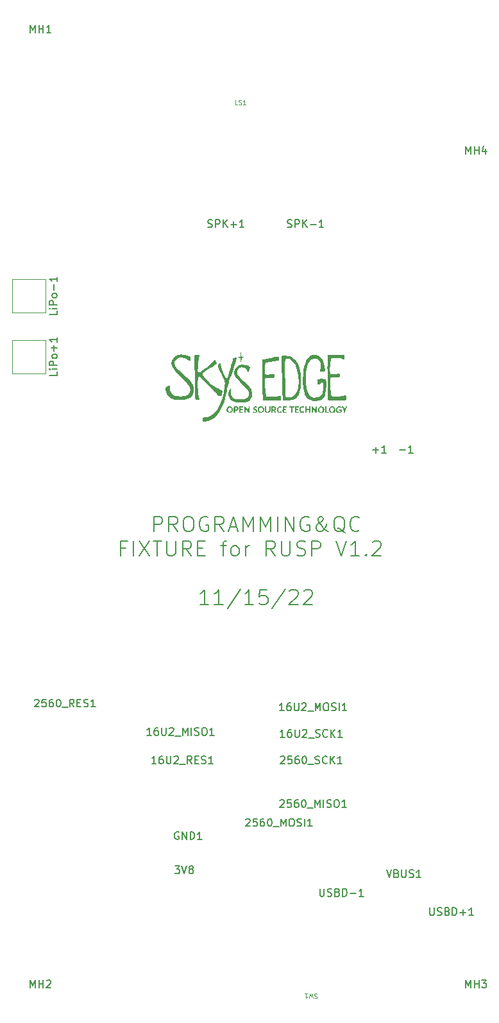
<source format=gbr>
G04 #@! TF.GenerationSoftware,KiCad,Pcbnew,6.0.2+dfsg-1*
G04 #@! TF.CreationDate,2022-12-26T21:57:54-05:00*
G04 #@! TF.ProjectId,RUSP_TestBoard,52555350-5f54-4657-9374-426f6172642e,rev?*
G04 #@! TF.SameCoordinates,Original*
G04 #@! TF.FileFunction,Legend,Top*
G04 #@! TF.FilePolarity,Positive*
%FSLAX46Y46*%
G04 Gerber Fmt 4.6, Leading zero omitted, Abs format (unit mm)*
G04 Created by KiCad (PCBNEW 6.0.2+dfsg-1) date 2022-12-26 21:57:54*
%MOMM*%
%LPD*%
G01*
G04 APERTURE LIST*
%ADD10C,0.200000*%
%ADD11C,0.150000*%
%ADD12C,0.120000*%
G04 APERTURE END LIST*
D10*
X109476190Y-98074761D02*
X109476190Y-96074761D01*
X110238095Y-96074761D01*
X110428571Y-96170000D01*
X110523809Y-96265238D01*
X110619047Y-96455714D01*
X110619047Y-96741428D01*
X110523809Y-96931904D01*
X110428571Y-97027142D01*
X110238095Y-97122380D01*
X109476190Y-97122380D01*
X112619047Y-98074761D02*
X111952380Y-97122380D01*
X111476190Y-98074761D02*
X111476190Y-96074761D01*
X112238095Y-96074761D01*
X112428571Y-96170000D01*
X112523809Y-96265238D01*
X112619047Y-96455714D01*
X112619047Y-96741428D01*
X112523809Y-96931904D01*
X112428571Y-97027142D01*
X112238095Y-97122380D01*
X111476190Y-97122380D01*
X113857142Y-96074761D02*
X114238095Y-96074761D01*
X114428571Y-96170000D01*
X114619047Y-96360476D01*
X114714285Y-96741428D01*
X114714285Y-97408095D01*
X114619047Y-97789047D01*
X114428571Y-97979523D01*
X114238095Y-98074761D01*
X113857142Y-98074761D01*
X113666666Y-97979523D01*
X113476190Y-97789047D01*
X113380952Y-97408095D01*
X113380952Y-96741428D01*
X113476190Y-96360476D01*
X113666666Y-96170000D01*
X113857142Y-96074761D01*
X116619047Y-96170000D02*
X116428571Y-96074761D01*
X116142857Y-96074761D01*
X115857142Y-96170000D01*
X115666666Y-96360476D01*
X115571428Y-96550952D01*
X115476190Y-96931904D01*
X115476190Y-97217619D01*
X115571428Y-97598571D01*
X115666666Y-97789047D01*
X115857142Y-97979523D01*
X116142857Y-98074761D01*
X116333333Y-98074761D01*
X116619047Y-97979523D01*
X116714285Y-97884285D01*
X116714285Y-97217619D01*
X116333333Y-97217619D01*
X118714285Y-98074761D02*
X118047619Y-97122380D01*
X117571428Y-98074761D02*
X117571428Y-96074761D01*
X118333333Y-96074761D01*
X118523809Y-96170000D01*
X118619047Y-96265238D01*
X118714285Y-96455714D01*
X118714285Y-96741428D01*
X118619047Y-96931904D01*
X118523809Y-97027142D01*
X118333333Y-97122380D01*
X117571428Y-97122380D01*
X119476190Y-97503333D02*
X120428571Y-97503333D01*
X119285714Y-98074761D02*
X119952380Y-96074761D01*
X120619047Y-98074761D01*
X121285714Y-98074761D02*
X121285714Y-96074761D01*
X121952380Y-97503333D01*
X122619047Y-96074761D01*
X122619047Y-98074761D01*
X123571428Y-98074761D02*
X123571428Y-96074761D01*
X124238095Y-97503333D01*
X124904761Y-96074761D01*
X124904761Y-98074761D01*
X125857142Y-98074761D02*
X125857142Y-96074761D01*
X126809523Y-98074761D02*
X126809523Y-96074761D01*
X127952380Y-98074761D01*
X127952380Y-96074761D01*
X129952380Y-96170000D02*
X129761904Y-96074761D01*
X129476190Y-96074761D01*
X129190476Y-96170000D01*
X129000000Y-96360476D01*
X128904761Y-96550952D01*
X128809523Y-96931904D01*
X128809523Y-97217619D01*
X128904761Y-97598571D01*
X129000000Y-97789047D01*
X129190476Y-97979523D01*
X129476190Y-98074761D01*
X129666666Y-98074761D01*
X129952380Y-97979523D01*
X130047619Y-97884285D01*
X130047619Y-97217619D01*
X129666666Y-97217619D01*
X132523809Y-98074761D02*
X132428571Y-98074761D01*
X132238095Y-97979523D01*
X131952380Y-97693809D01*
X131476190Y-97122380D01*
X131285714Y-96836666D01*
X131190476Y-96550952D01*
X131190476Y-96360476D01*
X131285714Y-96170000D01*
X131476190Y-96074761D01*
X131571428Y-96074761D01*
X131761904Y-96170000D01*
X131857142Y-96360476D01*
X131857142Y-96455714D01*
X131761904Y-96646190D01*
X131666666Y-96741428D01*
X131095238Y-97122380D01*
X131000000Y-97217619D01*
X130904761Y-97408095D01*
X130904761Y-97693809D01*
X131000000Y-97884285D01*
X131095238Y-97979523D01*
X131285714Y-98074761D01*
X131571428Y-98074761D01*
X131761904Y-97979523D01*
X131857142Y-97884285D01*
X132142857Y-97503333D01*
X132238095Y-97217619D01*
X132238095Y-97027142D01*
X134714285Y-98265238D02*
X134523809Y-98170000D01*
X134333333Y-97979523D01*
X134047619Y-97693809D01*
X133857142Y-97598571D01*
X133666666Y-97598571D01*
X133761904Y-98074761D02*
X133571428Y-97979523D01*
X133380952Y-97789047D01*
X133285714Y-97408095D01*
X133285714Y-96741428D01*
X133380952Y-96360476D01*
X133571428Y-96170000D01*
X133761904Y-96074761D01*
X134142857Y-96074761D01*
X134333333Y-96170000D01*
X134523809Y-96360476D01*
X134619047Y-96741428D01*
X134619047Y-97408095D01*
X134523809Y-97789047D01*
X134333333Y-97979523D01*
X134142857Y-98074761D01*
X133761904Y-98074761D01*
X136619047Y-97884285D02*
X136523809Y-97979523D01*
X136238095Y-98074761D01*
X136047619Y-98074761D01*
X135761904Y-97979523D01*
X135571428Y-97789047D01*
X135476190Y-97598571D01*
X135380952Y-97217619D01*
X135380952Y-96931904D01*
X135476190Y-96550952D01*
X135571428Y-96360476D01*
X135761904Y-96170000D01*
X136047619Y-96074761D01*
X136238095Y-96074761D01*
X136523809Y-96170000D01*
X136619047Y-96265238D01*
X105761904Y-100247142D02*
X105095238Y-100247142D01*
X105095238Y-101294761D02*
X105095238Y-99294761D01*
X106047619Y-99294761D01*
X106809523Y-101294761D02*
X106809523Y-99294761D01*
X107571428Y-99294761D02*
X108904761Y-101294761D01*
X108904761Y-99294761D02*
X107571428Y-101294761D01*
X109380952Y-99294761D02*
X110523809Y-99294761D01*
X109952380Y-101294761D02*
X109952380Y-99294761D01*
X111190476Y-99294761D02*
X111190476Y-100913809D01*
X111285714Y-101104285D01*
X111380952Y-101199523D01*
X111571428Y-101294761D01*
X111952380Y-101294761D01*
X112142857Y-101199523D01*
X112238095Y-101104285D01*
X112333333Y-100913809D01*
X112333333Y-99294761D01*
X114428571Y-101294761D02*
X113761904Y-100342380D01*
X113285714Y-101294761D02*
X113285714Y-99294761D01*
X114047619Y-99294761D01*
X114238095Y-99390000D01*
X114333333Y-99485238D01*
X114428571Y-99675714D01*
X114428571Y-99961428D01*
X114333333Y-100151904D01*
X114238095Y-100247142D01*
X114047619Y-100342380D01*
X113285714Y-100342380D01*
X115285714Y-100247142D02*
X115952380Y-100247142D01*
X116238095Y-101294761D02*
X115285714Y-101294761D01*
X115285714Y-99294761D01*
X116238095Y-99294761D01*
X118333333Y-99961428D02*
X119095238Y-99961428D01*
X118619047Y-101294761D02*
X118619047Y-99580476D01*
X118714285Y-99390000D01*
X118904761Y-99294761D01*
X119095238Y-99294761D01*
X120047619Y-101294761D02*
X119857142Y-101199523D01*
X119761904Y-101104285D01*
X119666666Y-100913809D01*
X119666666Y-100342380D01*
X119761904Y-100151904D01*
X119857142Y-100056666D01*
X120047619Y-99961428D01*
X120333333Y-99961428D01*
X120523809Y-100056666D01*
X120619047Y-100151904D01*
X120714285Y-100342380D01*
X120714285Y-100913809D01*
X120619047Y-101104285D01*
X120523809Y-101199523D01*
X120333333Y-101294761D01*
X120047619Y-101294761D01*
X121571428Y-101294761D02*
X121571428Y-99961428D01*
X121571428Y-100342380D02*
X121666666Y-100151904D01*
X121761904Y-100056666D01*
X121952380Y-99961428D01*
X122142857Y-99961428D01*
X125476190Y-101294761D02*
X124809523Y-100342380D01*
X124333333Y-101294761D02*
X124333333Y-99294761D01*
X125095238Y-99294761D01*
X125285714Y-99390000D01*
X125380952Y-99485238D01*
X125476190Y-99675714D01*
X125476190Y-99961428D01*
X125380952Y-100151904D01*
X125285714Y-100247142D01*
X125095238Y-100342380D01*
X124333333Y-100342380D01*
X126333333Y-99294761D02*
X126333333Y-100913809D01*
X126428571Y-101104285D01*
X126523809Y-101199523D01*
X126714285Y-101294761D01*
X127095238Y-101294761D01*
X127285714Y-101199523D01*
X127380952Y-101104285D01*
X127476190Y-100913809D01*
X127476190Y-99294761D01*
X128333333Y-101199523D02*
X128619047Y-101294761D01*
X129095238Y-101294761D01*
X129285714Y-101199523D01*
X129380952Y-101104285D01*
X129476190Y-100913809D01*
X129476190Y-100723333D01*
X129380952Y-100532857D01*
X129285714Y-100437619D01*
X129095238Y-100342380D01*
X128714285Y-100247142D01*
X128523809Y-100151904D01*
X128428571Y-100056666D01*
X128333333Y-99866190D01*
X128333333Y-99675714D01*
X128428571Y-99485238D01*
X128523809Y-99390000D01*
X128714285Y-99294761D01*
X129190476Y-99294761D01*
X129476190Y-99390000D01*
X130333333Y-101294761D02*
X130333333Y-99294761D01*
X131095238Y-99294761D01*
X131285714Y-99390000D01*
X131380952Y-99485238D01*
X131476190Y-99675714D01*
X131476190Y-99961428D01*
X131380952Y-100151904D01*
X131285714Y-100247142D01*
X131095238Y-100342380D01*
X130333333Y-100342380D01*
X133571428Y-99294761D02*
X134238095Y-101294761D01*
X134904761Y-99294761D01*
X136619047Y-101294761D02*
X135476190Y-101294761D01*
X136047619Y-101294761D02*
X136047619Y-99294761D01*
X135857142Y-99580476D01*
X135666666Y-99770952D01*
X135476190Y-99866190D01*
X137476190Y-101104285D02*
X137571428Y-101199523D01*
X137476190Y-101294761D01*
X137380952Y-101199523D01*
X137476190Y-101104285D01*
X137476190Y-101294761D01*
X138333333Y-99485238D02*
X138428571Y-99390000D01*
X138619047Y-99294761D01*
X139095238Y-99294761D01*
X139285714Y-99390000D01*
X139380952Y-99485238D01*
X139476190Y-99675714D01*
X139476190Y-99866190D01*
X139380952Y-100151904D01*
X138238095Y-101294761D01*
X139476190Y-101294761D01*
X116714285Y-107734761D02*
X115571428Y-107734761D01*
X116142857Y-107734761D02*
X116142857Y-105734761D01*
X115952380Y-106020476D01*
X115761904Y-106210952D01*
X115571428Y-106306190D01*
X118619047Y-107734761D02*
X117476190Y-107734761D01*
X118047619Y-107734761D02*
X118047619Y-105734761D01*
X117857142Y-106020476D01*
X117666666Y-106210952D01*
X117476190Y-106306190D01*
X120904761Y-105639523D02*
X119190476Y-108210952D01*
X122619047Y-107734761D02*
X121476190Y-107734761D01*
X122047619Y-107734761D02*
X122047619Y-105734761D01*
X121857142Y-106020476D01*
X121666666Y-106210952D01*
X121476190Y-106306190D01*
X124428571Y-105734761D02*
X123476190Y-105734761D01*
X123380952Y-106687142D01*
X123476190Y-106591904D01*
X123666666Y-106496666D01*
X124142857Y-106496666D01*
X124333333Y-106591904D01*
X124428571Y-106687142D01*
X124523809Y-106877619D01*
X124523809Y-107353809D01*
X124428571Y-107544285D01*
X124333333Y-107639523D01*
X124142857Y-107734761D01*
X123666666Y-107734761D01*
X123476190Y-107639523D01*
X123380952Y-107544285D01*
X126809523Y-105639523D02*
X125095238Y-108210952D01*
X127380952Y-105925238D02*
X127476190Y-105830000D01*
X127666666Y-105734761D01*
X128142857Y-105734761D01*
X128333333Y-105830000D01*
X128428571Y-105925238D01*
X128523809Y-106115714D01*
X128523809Y-106306190D01*
X128428571Y-106591904D01*
X127285714Y-107734761D01*
X128523809Y-107734761D01*
X129285714Y-105925238D02*
X129380952Y-105830000D01*
X129571428Y-105734761D01*
X130047619Y-105734761D01*
X130238095Y-105830000D01*
X130333333Y-105925238D01*
X130428571Y-106115714D01*
X130428571Y-106306190D01*
X130333333Y-106591904D01*
X129190476Y-107734761D01*
X130428571Y-107734761D01*
D11*
X112761904Y-137750000D02*
X112666666Y-137702380D01*
X112523809Y-137702380D01*
X112380952Y-137750000D01*
X112285714Y-137845238D01*
X112238095Y-137940476D01*
X112190476Y-138130952D01*
X112190476Y-138273809D01*
X112238095Y-138464285D01*
X112285714Y-138559523D01*
X112380952Y-138654761D01*
X112523809Y-138702380D01*
X112619047Y-138702380D01*
X112761904Y-138654761D01*
X112809523Y-138607142D01*
X112809523Y-138273809D01*
X112619047Y-138273809D01*
X113238095Y-138702380D02*
X113238095Y-137702380D01*
X113809523Y-138702380D01*
X113809523Y-137702380D01*
X114285714Y-138702380D02*
X114285714Y-137702380D01*
X114523809Y-137702380D01*
X114666666Y-137750000D01*
X114761904Y-137845238D01*
X114809523Y-137940476D01*
X114857142Y-138130952D01*
X114857142Y-138273809D01*
X114809523Y-138464285D01*
X114761904Y-138559523D01*
X114666666Y-138654761D01*
X114523809Y-138702380D01*
X114285714Y-138702380D01*
X115809523Y-138702380D02*
X115238095Y-138702380D01*
X115523809Y-138702380D02*
X115523809Y-137702380D01*
X115428571Y-137845238D01*
X115333333Y-137940476D01*
X115238095Y-137988095D01*
X126726190Y-125202380D02*
X126154761Y-125202380D01*
X126440476Y-125202380D02*
X126440476Y-124202380D01*
X126345238Y-124345238D01*
X126250000Y-124440476D01*
X126154761Y-124488095D01*
X127583333Y-124202380D02*
X127392857Y-124202380D01*
X127297619Y-124250000D01*
X127250000Y-124297619D01*
X127154761Y-124440476D01*
X127107142Y-124630952D01*
X127107142Y-125011904D01*
X127154761Y-125107142D01*
X127202380Y-125154761D01*
X127297619Y-125202380D01*
X127488095Y-125202380D01*
X127583333Y-125154761D01*
X127630952Y-125107142D01*
X127678571Y-125011904D01*
X127678571Y-124773809D01*
X127630952Y-124678571D01*
X127583333Y-124630952D01*
X127488095Y-124583333D01*
X127297619Y-124583333D01*
X127202380Y-124630952D01*
X127154761Y-124678571D01*
X127107142Y-124773809D01*
X128107142Y-124202380D02*
X128107142Y-125011904D01*
X128154761Y-125107142D01*
X128202380Y-125154761D01*
X128297619Y-125202380D01*
X128488095Y-125202380D01*
X128583333Y-125154761D01*
X128630952Y-125107142D01*
X128678571Y-125011904D01*
X128678571Y-124202380D01*
X129107142Y-124297619D02*
X129154761Y-124250000D01*
X129250000Y-124202380D01*
X129488095Y-124202380D01*
X129583333Y-124250000D01*
X129630952Y-124297619D01*
X129678571Y-124392857D01*
X129678571Y-124488095D01*
X129630952Y-124630952D01*
X129059523Y-125202380D01*
X129678571Y-125202380D01*
X129869047Y-125297619D02*
X130630952Y-125297619D01*
X130821428Y-125154761D02*
X130964285Y-125202380D01*
X131202380Y-125202380D01*
X131297619Y-125154761D01*
X131345238Y-125107142D01*
X131392857Y-125011904D01*
X131392857Y-124916666D01*
X131345238Y-124821428D01*
X131297619Y-124773809D01*
X131202380Y-124726190D01*
X131011904Y-124678571D01*
X130916666Y-124630952D01*
X130869047Y-124583333D01*
X130821428Y-124488095D01*
X130821428Y-124392857D01*
X130869047Y-124297619D01*
X130916666Y-124250000D01*
X131011904Y-124202380D01*
X131250000Y-124202380D01*
X131392857Y-124250000D01*
X132392857Y-125107142D02*
X132345238Y-125154761D01*
X132202380Y-125202380D01*
X132107142Y-125202380D01*
X131964285Y-125154761D01*
X131869047Y-125059523D01*
X131821428Y-124964285D01*
X131773809Y-124773809D01*
X131773809Y-124630952D01*
X131821428Y-124440476D01*
X131869047Y-124345238D01*
X131964285Y-124250000D01*
X132107142Y-124202380D01*
X132202380Y-124202380D01*
X132345238Y-124250000D01*
X132392857Y-124297619D01*
X132821428Y-125202380D02*
X132821428Y-124202380D01*
X133392857Y-125202380D02*
X132964285Y-124630952D01*
X133392857Y-124202380D02*
X132821428Y-124773809D01*
X134345238Y-125202380D02*
X133773809Y-125202380D01*
X134059523Y-125202380D02*
X134059523Y-124202380D01*
X133964285Y-124345238D01*
X133869047Y-124440476D01*
X133773809Y-124488095D01*
X138392857Y-87321428D02*
X139154761Y-87321428D01*
X138773809Y-87702380D02*
X138773809Y-86940476D01*
X140154761Y-87702380D02*
X139583333Y-87702380D01*
X139869047Y-87702380D02*
X139869047Y-86702380D01*
X139773809Y-86845238D01*
X139678571Y-86940476D01*
X139583333Y-86988095D01*
X131392857Y-145202380D02*
X131392857Y-146011904D01*
X131440476Y-146107142D01*
X131488095Y-146154761D01*
X131583333Y-146202380D01*
X131773809Y-146202380D01*
X131869047Y-146154761D01*
X131916666Y-146107142D01*
X131964285Y-146011904D01*
X131964285Y-145202380D01*
X132392857Y-146154761D02*
X132535714Y-146202380D01*
X132773809Y-146202380D01*
X132869047Y-146154761D01*
X132916666Y-146107142D01*
X132964285Y-146011904D01*
X132964285Y-145916666D01*
X132916666Y-145821428D01*
X132869047Y-145773809D01*
X132773809Y-145726190D01*
X132583333Y-145678571D01*
X132488095Y-145630952D01*
X132440476Y-145583333D01*
X132392857Y-145488095D01*
X132392857Y-145392857D01*
X132440476Y-145297619D01*
X132488095Y-145250000D01*
X132583333Y-145202380D01*
X132821428Y-145202380D01*
X132964285Y-145250000D01*
X133726190Y-145678571D02*
X133869047Y-145726190D01*
X133916666Y-145773809D01*
X133964285Y-145869047D01*
X133964285Y-146011904D01*
X133916666Y-146107142D01*
X133869047Y-146154761D01*
X133773809Y-146202380D01*
X133392857Y-146202380D01*
X133392857Y-145202380D01*
X133726190Y-145202380D01*
X133821428Y-145250000D01*
X133869047Y-145297619D01*
X133916666Y-145392857D01*
X133916666Y-145488095D01*
X133869047Y-145583333D01*
X133821428Y-145630952D01*
X133726190Y-145678571D01*
X133392857Y-145678571D01*
X134392857Y-146202380D02*
X134392857Y-145202380D01*
X134630952Y-145202380D01*
X134773809Y-145250000D01*
X134869047Y-145345238D01*
X134916666Y-145440476D01*
X134964285Y-145630952D01*
X134964285Y-145773809D01*
X134916666Y-145964285D01*
X134869047Y-146059523D01*
X134773809Y-146154761D01*
X134630952Y-146202380D01*
X134392857Y-146202380D01*
X135392857Y-145821428D02*
X136154761Y-145821428D01*
X137154761Y-146202380D02*
X136583333Y-146202380D01*
X136869047Y-146202380D02*
X136869047Y-145202380D01*
X136773809Y-145345238D01*
X136678571Y-145440476D01*
X136583333Y-145488095D01*
X150666666Y-158252380D02*
X150666666Y-157252380D01*
X151000000Y-157966666D01*
X151333333Y-157252380D01*
X151333333Y-158252380D01*
X151809523Y-158252380D02*
X151809523Y-157252380D01*
X151809523Y-157728571D02*
X152380952Y-157728571D01*
X152380952Y-158252380D02*
X152380952Y-157252380D01*
X152761904Y-157252380D02*
X153380952Y-157252380D01*
X153047619Y-157633333D01*
X153190476Y-157633333D01*
X153285714Y-157680952D01*
X153333333Y-157728571D01*
X153380952Y-157823809D01*
X153380952Y-158061904D01*
X153333333Y-158157142D01*
X153285714Y-158204761D01*
X153190476Y-158252380D01*
X152904761Y-158252380D01*
X152809523Y-158204761D01*
X152761904Y-158157142D01*
X126642857Y-121702380D02*
X126071428Y-121702380D01*
X126357142Y-121702380D02*
X126357142Y-120702380D01*
X126261904Y-120845238D01*
X126166666Y-120940476D01*
X126071428Y-120988095D01*
X127500000Y-120702380D02*
X127309523Y-120702380D01*
X127214285Y-120750000D01*
X127166666Y-120797619D01*
X127071428Y-120940476D01*
X127023809Y-121130952D01*
X127023809Y-121511904D01*
X127071428Y-121607142D01*
X127119047Y-121654761D01*
X127214285Y-121702380D01*
X127404761Y-121702380D01*
X127500000Y-121654761D01*
X127547619Y-121607142D01*
X127595238Y-121511904D01*
X127595238Y-121273809D01*
X127547619Y-121178571D01*
X127500000Y-121130952D01*
X127404761Y-121083333D01*
X127214285Y-121083333D01*
X127119047Y-121130952D01*
X127071428Y-121178571D01*
X127023809Y-121273809D01*
X128023809Y-120702380D02*
X128023809Y-121511904D01*
X128071428Y-121607142D01*
X128119047Y-121654761D01*
X128214285Y-121702380D01*
X128404761Y-121702380D01*
X128500000Y-121654761D01*
X128547619Y-121607142D01*
X128595238Y-121511904D01*
X128595238Y-120702380D01*
X129023809Y-120797619D02*
X129071428Y-120750000D01*
X129166666Y-120702380D01*
X129404761Y-120702380D01*
X129500000Y-120750000D01*
X129547619Y-120797619D01*
X129595238Y-120892857D01*
X129595238Y-120988095D01*
X129547619Y-121130952D01*
X128976190Y-121702380D01*
X129595238Y-121702380D01*
X129785714Y-121797619D02*
X130547619Y-121797619D01*
X130785714Y-121702380D02*
X130785714Y-120702380D01*
X131119047Y-121416666D01*
X131452380Y-120702380D01*
X131452380Y-121702380D01*
X132119047Y-120702380D02*
X132309523Y-120702380D01*
X132404761Y-120750000D01*
X132500000Y-120845238D01*
X132547619Y-121035714D01*
X132547619Y-121369047D01*
X132500000Y-121559523D01*
X132404761Y-121654761D01*
X132309523Y-121702380D01*
X132119047Y-121702380D01*
X132023809Y-121654761D01*
X131928571Y-121559523D01*
X131880952Y-121369047D01*
X131880952Y-121035714D01*
X131928571Y-120845238D01*
X132023809Y-120750000D01*
X132119047Y-120702380D01*
X132928571Y-121654761D02*
X133071428Y-121702380D01*
X133309523Y-121702380D01*
X133404761Y-121654761D01*
X133452380Y-121607142D01*
X133500000Y-121511904D01*
X133500000Y-121416666D01*
X133452380Y-121321428D01*
X133404761Y-121273809D01*
X133309523Y-121226190D01*
X133119047Y-121178571D01*
X133023809Y-121130952D01*
X132976190Y-121083333D01*
X132928571Y-120988095D01*
X132928571Y-120892857D01*
X132976190Y-120797619D01*
X133023809Y-120750000D01*
X133119047Y-120702380D01*
X133357142Y-120702380D01*
X133500000Y-120750000D01*
X133928571Y-121702380D02*
X133928571Y-120702380D01*
X134928571Y-121702380D02*
X134357142Y-121702380D01*
X134642857Y-121702380D02*
X134642857Y-120702380D01*
X134547619Y-120845238D01*
X134452380Y-120940476D01*
X134357142Y-120988095D01*
X93166666Y-32252380D02*
X93166666Y-31252380D01*
X93500000Y-31966666D01*
X93833333Y-31252380D01*
X93833333Y-32252380D01*
X94309523Y-32252380D02*
X94309523Y-31252380D01*
X94309523Y-31728571D02*
X94880952Y-31728571D01*
X94880952Y-32252380D02*
X94880952Y-31252380D01*
X95880952Y-32252380D02*
X95309523Y-32252380D01*
X95595238Y-32252380D02*
X95595238Y-31252380D01*
X95500000Y-31395238D01*
X95404761Y-31490476D01*
X95309523Y-31538095D01*
X109773809Y-128702380D02*
X109202380Y-128702380D01*
X109488095Y-128702380D02*
X109488095Y-127702380D01*
X109392857Y-127845238D01*
X109297619Y-127940476D01*
X109202380Y-127988095D01*
X110630952Y-127702380D02*
X110440476Y-127702380D01*
X110345238Y-127750000D01*
X110297619Y-127797619D01*
X110202380Y-127940476D01*
X110154761Y-128130952D01*
X110154761Y-128511904D01*
X110202380Y-128607142D01*
X110250000Y-128654761D01*
X110345238Y-128702380D01*
X110535714Y-128702380D01*
X110630952Y-128654761D01*
X110678571Y-128607142D01*
X110726190Y-128511904D01*
X110726190Y-128273809D01*
X110678571Y-128178571D01*
X110630952Y-128130952D01*
X110535714Y-128083333D01*
X110345238Y-128083333D01*
X110250000Y-128130952D01*
X110202380Y-128178571D01*
X110154761Y-128273809D01*
X111154761Y-127702380D02*
X111154761Y-128511904D01*
X111202380Y-128607142D01*
X111250000Y-128654761D01*
X111345238Y-128702380D01*
X111535714Y-128702380D01*
X111630952Y-128654761D01*
X111678571Y-128607142D01*
X111726190Y-128511904D01*
X111726190Y-127702380D01*
X112154761Y-127797619D02*
X112202380Y-127750000D01*
X112297619Y-127702380D01*
X112535714Y-127702380D01*
X112630952Y-127750000D01*
X112678571Y-127797619D01*
X112726190Y-127892857D01*
X112726190Y-127988095D01*
X112678571Y-128130952D01*
X112107142Y-128702380D01*
X112726190Y-128702380D01*
X112916666Y-128797619D02*
X113678571Y-128797619D01*
X114488095Y-128702380D02*
X114154761Y-128226190D01*
X113916666Y-128702380D02*
X113916666Y-127702380D01*
X114297619Y-127702380D01*
X114392857Y-127750000D01*
X114440476Y-127797619D01*
X114488095Y-127892857D01*
X114488095Y-128035714D01*
X114440476Y-128130952D01*
X114392857Y-128178571D01*
X114297619Y-128226190D01*
X113916666Y-128226190D01*
X114916666Y-128178571D02*
X115250000Y-128178571D01*
X115392857Y-128702380D02*
X114916666Y-128702380D01*
X114916666Y-127702380D01*
X115392857Y-127702380D01*
X115773809Y-128654761D02*
X115916666Y-128702380D01*
X116154761Y-128702380D01*
X116250000Y-128654761D01*
X116297619Y-128607142D01*
X116345238Y-128511904D01*
X116345238Y-128416666D01*
X116297619Y-128321428D01*
X116250000Y-128273809D01*
X116154761Y-128226190D01*
X115964285Y-128178571D01*
X115869047Y-128130952D01*
X115821428Y-128083333D01*
X115773809Y-127988095D01*
X115773809Y-127892857D01*
X115821428Y-127797619D01*
X115869047Y-127750000D01*
X115964285Y-127702380D01*
X116202380Y-127702380D01*
X116345238Y-127750000D01*
X117297619Y-128702380D02*
X116726190Y-128702380D01*
X117011904Y-128702380D02*
X117011904Y-127702380D01*
X116916666Y-127845238D01*
X116821428Y-127940476D01*
X116726190Y-127988095D01*
X93166666Y-158252380D02*
X93166666Y-157252380D01*
X93500000Y-157966666D01*
X93833333Y-157252380D01*
X93833333Y-158252380D01*
X94309523Y-158252380D02*
X94309523Y-157252380D01*
X94309523Y-157728571D02*
X94880952Y-157728571D01*
X94880952Y-158252380D02*
X94880952Y-157252380D01*
X95309523Y-157347619D02*
X95357142Y-157300000D01*
X95452380Y-157252380D01*
X95690476Y-157252380D01*
X95785714Y-157300000D01*
X95833333Y-157347619D01*
X95880952Y-157442857D01*
X95880952Y-157538095D01*
X95833333Y-157680952D01*
X95261904Y-158252380D01*
X95880952Y-158252380D01*
X126119047Y-133547619D02*
X126166666Y-133500000D01*
X126261904Y-133452380D01*
X126500000Y-133452380D01*
X126595238Y-133500000D01*
X126642857Y-133547619D01*
X126690476Y-133642857D01*
X126690476Y-133738095D01*
X126642857Y-133880952D01*
X126071428Y-134452380D01*
X126690476Y-134452380D01*
X127595238Y-133452380D02*
X127119047Y-133452380D01*
X127071428Y-133928571D01*
X127119047Y-133880952D01*
X127214285Y-133833333D01*
X127452380Y-133833333D01*
X127547619Y-133880952D01*
X127595238Y-133928571D01*
X127642857Y-134023809D01*
X127642857Y-134261904D01*
X127595238Y-134357142D01*
X127547619Y-134404761D01*
X127452380Y-134452380D01*
X127214285Y-134452380D01*
X127119047Y-134404761D01*
X127071428Y-134357142D01*
X128500000Y-133452380D02*
X128309523Y-133452380D01*
X128214285Y-133500000D01*
X128166666Y-133547619D01*
X128071428Y-133690476D01*
X128023809Y-133880952D01*
X128023809Y-134261904D01*
X128071428Y-134357142D01*
X128119047Y-134404761D01*
X128214285Y-134452380D01*
X128404761Y-134452380D01*
X128500000Y-134404761D01*
X128547619Y-134357142D01*
X128595238Y-134261904D01*
X128595238Y-134023809D01*
X128547619Y-133928571D01*
X128500000Y-133880952D01*
X128404761Y-133833333D01*
X128214285Y-133833333D01*
X128119047Y-133880952D01*
X128071428Y-133928571D01*
X128023809Y-134023809D01*
X129214285Y-133452380D02*
X129309523Y-133452380D01*
X129404761Y-133500000D01*
X129452380Y-133547619D01*
X129500000Y-133642857D01*
X129547619Y-133833333D01*
X129547619Y-134071428D01*
X129500000Y-134261904D01*
X129452380Y-134357142D01*
X129404761Y-134404761D01*
X129309523Y-134452380D01*
X129214285Y-134452380D01*
X129119047Y-134404761D01*
X129071428Y-134357142D01*
X129023809Y-134261904D01*
X128976190Y-134071428D01*
X128976190Y-133833333D01*
X129023809Y-133642857D01*
X129071428Y-133547619D01*
X129119047Y-133500000D01*
X129214285Y-133452380D01*
X129738095Y-134547619D02*
X130500000Y-134547619D01*
X130738095Y-134452380D02*
X130738095Y-133452380D01*
X131071428Y-134166666D01*
X131404761Y-133452380D01*
X131404761Y-134452380D01*
X131880952Y-134452380D02*
X131880952Y-133452380D01*
X132309523Y-134404761D02*
X132452380Y-134452380D01*
X132690476Y-134452380D01*
X132785714Y-134404761D01*
X132833333Y-134357142D01*
X132880952Y-134261904D01*
X132880952Y-134166666D01*
X132833333Y-134071428D01*
X132785714Y-134023809D01*
X132690476Y-133976190D01*
X132500000Y-133928571D01*
X132404761Y-133880952D01*
X132357142Y-133833333D01*
X132309523Y-133738095D01*
X132309523Y-133642857D01*
X132357142Y-133547619D01*
X132404761Y-133500000D01*
X132500000Y-133452380D01*
X132738095Y-133452380D01*
X132880952Y-133500000D01*
X133500000Y-133452380D02*
X133690476Y-133452380D01*
X133785714Y-133500000D01*
X133880952Y-133595238D01*
X133928571Y-133785714D01*
X133928571Y-134119047D01*
X133880952Y-134309523D01*
X133785714Y-134404761D01*
X133690476Y-134452380D01*
X133500000Y-134452380D01*
X133404761Y-134404761D01*
X133309523Y-134309523D01*
X133261904Y-134119047D01*
X133261904Y-133785714D01*
X133309523Y-133595238D01*
X133404761Y-133500000D01*
X133500000Y-133452380D01*
X134880952Y-134452380D02*
X134309523Y-134452380D01*
X134595238Y-134452380D02*
X134595238Y-133452380D01*
X134500000Y-133595238D01*
X134404761Y-133690476D01*
X134309523Y-133738095D01*
X93750000Y-120297619D02*
X93797619Y-120250000D01*
X93892857Y-120202380D01*
X94130952Y-120202380D01*
X94226190Y-120250000D01*
X94273809Y-120297619D01*
X94321428Y-120392857D01*
X94321428Y-120488095D01*
X94273809Y-120630952D01*
X93702380Y-121202380D01*
X94321428Y-121202380D01*
X95226190Y-120202380D02*
X94750000Y-120202380D01*
X94702380Y-120678571D01*
X94750000Y-120630952D01*
X94845238Y-120583333D01*
X95083333Y-120583333D01*
X95178571Y-120630952D01*
X95226190Y-120678571D01*
X95273809Y-120773809D01*
X95273809Y-121011904D01*
X95226190Y-121107142D01*
X95178571Y-121154761D01*
X95083333Y-121202380D01*
X94845238Y-121202380D01*
X94750000Y-121154761D01*
X94702380Y-121107142D01*
X96130952Y-120202380D02*
X95940476Y-120202380D01*
X95845238Y-120250000D01*
X95797619Y-120297619D01*
X95702380Y-120440476D01*
X95654761Y-120630952D01*
X95654761Y-121011904D01*
X95702380Y-121107142D01*
X95750000Y-121154761D01*
X95845238Y-121202380D01*
X96035714Y-121202380D01*
X96130952Y-121154761D01*
X96178571Y-121107142D01*
X96226190Y-121011904D01*
X96226190Y-120773809D01*
X96178571Y-120678571D01*
X96130952Y-120630952D01*
X96035714Y-120583333D01*
X95845238Y-120583333D01*
X95750000Y-120630952D01*
X95702380Y-120678571D01*
X95654761Y-120773809D01*
X96845238Y-120202380D02*
X96940476Y-120202380D01*
X97035714Y-120250000D01*
X97083333Y-120297619D01*
X97130952Y-120392857D01*
X97178571Y-120583333D01*
X97178571Y-120821428D01*
X97130952Y-121011904D01*
X97083333Y-121107142D01*
X97035714Y-121154761D01*
X96940476Y-121202380D01*
X96845238Y-121202380D01*
X96750000Y-121154761D01*
X96702380Y-121107142D01*
X96654761Y-121011904D01*
X96607142Y-120821428D01*
X96607142Y-120583333D01*
X96654761Y-120392857D01*
X96702380Y-120297619D01*
X96750000Y-120250000D01*
X96845238Y-120202380D01*
X97369047Y-121297619D02*
X98130952Y-121297619D01*
X98940476Y-121202380D02*
X98607142Y-120726190D01*
X98369047Y-121202380D02*
X98369047Y-120202380D01*
X98750000Y-120202380D01*
X98845238Y-120250000D01*
X98892857Y-120297619D01*
X98940476Y-120392857D01*
X98940476Y-120535714D01*
X98892857Y-120630952D01*
X98845238Y-120678571D01*
X98750000Y-120726190D01*
X98369047Y-120726190D01*
X99369047Y-120678571D02*
X99702380Y-120678571D01*
X99845238Y-121202380D02*
X99369047Y-121202380D01*
X99369047Y-120202380D01*
X99845238Y-120202380D01*
X100226190Y-121154761D02*
X100369047Y-121202380D01*
X100607142Y-121202380D01*
X100702380Y-121154761D01*
X100750000Y-121107142D01*
X100797619Y-121011904D01*
X100797619Y-120916666D01*
X100750000Y-120821428D01*
X100702380Y-120773809D01*
X100607142Y-120726190D01*
X100416666Y-120678571D01*
X100321428Y-120630952D01*
X100273809Y-120583333D01*
X100226190Y-120488095D01*
X100226190Y-120392857D01*
X100273809Y-120297619D01*
X100321428Y-120250000D01*
X100416666Y-120202380D01*
X100654761Y-120202380D01*
X100797619Y-120250000D01*
X101750000Y-121202380D02*
X101178571Y-121202380D01*
X101464285Y-121202380D02*
X101464285Y-120202380D01*
X101369047Y-120345238D01*
X101273809Y-120440476D01*
X101178571Y-120488095D01*
X126202380Y-127797619D02*
X126250000Y-127750000D01*
X126345238Y-127702380D01*
X126583333Y-127702380D01*
X126678571Y-127750000D01*
X126726190Y-127797619D01*
X126773809Y-127892857D01*
X126773809Y-127988095D01*
X126726190Y-128130952D01*
X126154761Y-128702380D01*
X126773809Y-128702380D01*
X127678571Y-127702380D02*
X127202380Y-127702380D01*
X127154761Y-128178571D01*
X127202380Y-128130952D01*
X127297619Y-128083333D01*
X127535714Y-128083333D01*
X127630952Y-128130952D01*
X127678571Y-128178571D01*
X127726190Y-128273809D01*
X127726190Y-128511904D01*
X127678571Y-128607142D01*
X127630952Y-128654761D01*
X127535714Y-128702380D01*
X127297619Y-128702380D01*
X127202380Y-128654761D01*
X127154761Y-128607142D01*
X128583333Y-127702380D02*
X128392857Y-127702380D01*
X128297619Y-127750000D01*
X128250000Y-127797619D01*
X128154761Y-127940476D01*
X128107142Y-128130952D01*
X128107142Y-128511904D01*
X128154761Y-128607142D01*
X128202380Y-128654761D01*
X128297619Y-128702380D01*
X128488095Y-128702380D01*
X128583333Y-128654761D01*
X128630952Y-128607142D01*
X128678571Y-128511904D01*
X128678571Y-128273809D01*
X128630952Y-128178571D01*
X128583333Y-128130952D01*
X128488095Y-128083333D01*
X128297619Y-128083333D01*
X128202380Y-128130952D01*
X128154761Y-128178571D01*
X128107142Y-128273809D01*
X129297619Y-127702380D02*
X129392857Y-127702380D01*
X129488095Y-127750000D01*
X129535714Y-127797619D01*
X129583333Y-127892857D01*
X129630952Y-128083333D01*
X129630952Y-128321428D01*
X129583333Y-128511904D01*
X129535714Y-128607142D01*
X129488095Y-128654761D01*
X129392857Y-128702380D01*
X129297619Y-128702380D01*
X129202380Y-128654761D01*
X129154761Y-128607142D01*
X129107142Y-128511904D01*
X129059523Y-128321428D01*
X129059523Y-128083333D01*
X129107142Y-127892857D01*
X129154761Y-127797619D01*
X129202380Y-127750000D01*
X129297619Y-127702380D01*
X129821428Y-128797619D02*
X130583333Y-128797619D01*
X130773809Y-128654761D02*
X130916666Y-128702380D01*
X131154761Y-128702380D01*
X131250000Y-128654761D01*
X131297619Y-128607142D01*
X131345238Y-128511904D01*
X131345238Y-128416666D01*
X131297619Y-128321428D01*
X131250000Y-128273809D01*
X131154761Y-128226190D01*
X130964285Y-128178571D01*
X130869047Y-128130952D01*
X130821428Y-128083333D01*
X130773809Y-127988095D01*
X130773809Y-127892857D01*
X130821428Y-127797619D01*
X130869047Y-127750000D01*
X130964285Y-127702380D01*
X131202380Y-127702380D01*
X131345238Y-127750000D01*
X132345238Y-128607142D02*
X132297619Y-128654761D01*
X132154761Y-128702380D01*
X132059523Y-128702380D01*
X131916666Y-128654761D01*
X131821428Y-128559523D01*
X131773809Y-128464285D01*
X131726190Y-128273809D01*
X131726190Y-128130952D01*
X131773809Y-127940476D01*
X131821428Y-127845238D01*
X131916666Y-127750000D01*
X132059523Y-127702380D01*
X132154761Y-127702380D01*
X132297619Y-127750000D01*
X132345238Y-127797619D01*
X132773809Y-128702380D02*
X132773809Y-127702380D01*
X133345238Y-128702380D02*
X132916666Y-128130952D01*
X133345238Y-127702380D02*
X132773809Y-128273809D01*
X134297619Y-128702380D02*
X133726190Y-128702380D01*
X134011904Y-128702380D02*
X134011904Y-127702380D01*
X133916666Y-127845238D01*
X133821428Y-127940476D01*
X133726190Y-127988095D01*
D12*
X131000000Y-159069642D02*
X130914285Y-159041071D01*
X130771428Y-159041071D01*
X130714285Y-159069642D01*
X130685714Y-159098214D01*
X130657142Y-159155357D01*
X130657142Y-159212500D01*
X130685714Y-159269642D01*
X130714285Y-159298214D01*
X130771428Y-159326785D01*
X130885714Y-159355357D01*
X130942857Y-159383928D01*
X130971428Y-159412500D01*
X131000000Y-159469642D01*
X131000000Y-159526785D01*
X130971428Y-159583928D01*
X130942857Y-159612500D01*
X130885714Y-159641071D01*
X130742857Y-159641071D01*
X130657142Y-159612500D01*
X130457142Y-159641071D02*
X130314285Y-159041071D01*
X130200000Y-159469642D01*
X130085714Y-159041071D01*
X129942857Y-159641071D01*
X129400000Y-159041071D02*
X129742857Y-159041071D01*
X129571428Y-159041071D02*
X129571428Y-159641071D01*
X129628571Y-159555357D01*
X129685714Y-159498214D01*
X129742857Y-159469642D01*
D11*
X145892857Y-147702380D02*
X145892857Y-148511904D01*
X145940476Y-148607142D01*
X145988095Y-148654761D01*
X146083333Y-148702380D01*
X146273809Y-148702380D01*
X146369047Y-148654761D01*
X146416666Y-148607142D01*
X146464285Y-148511904D01*
X146464285Y-147702380D01*
X146892857Y-148654761D02*
X147035714Y-148702380D01*
X147273809Y-148702380D01*
X147369047Y-148654761D01*
X147416666Y-148607142D01*
X147464285Y-148511904D01*
X147464285Y-148416666D01*
X147416666Y-148321428D01*
X147369047Y-148273809D01*
X147273809Y-148226190D01*
X147083333Y-148178571D01*
X146988095Y-148130952D01*
X146940476Y-148083333D01*
X146892857Y-147988095D01*
X146892857Y-147892857D01*
X146940476Y-147797619D01*
X146988095Y-147750000D01*
X147083333Y-147702380D01*
X147321428Y-147702380D01*
X147464285Y-147750000D01*
X148226190Y-148178571D02*
X148369047Y-148226190D01*
X148416666Y-148273809D01*
X148464285Y-148369047D01*
X148464285Y-148511904D01*
X148416666Y-148607142D01*
X148369047Y-148654761D01*
X148273809Y-148702380D01*
X147892857Y-148702380D01*
X147892857Y-147702380D01*
X148226190Y-147702380D01*
X148321428Y-147750000D01*
X148369047Y-147797619D01*
X148416666Y-147892857D01*
X148416666Y-147988095D01*
X148369047Y-148083333D01*
X148321428Y-148130952D01*
X148226190Y-148178571D01*
X147892857Y-148178571D01*
X148892857Y-148702380D02*
X148892857Y-147702380D01*
X149130952Y-147702380D01*
X149273809Y-147750000D01*
X149369047Y-147845238D01*
X149416666Y-147940476D01*
X149464285Y-148130952D01*
X149464285Y-148273809D01*
X149416666Y-148464285D01*
X149369047Y-148559523D01*
X149273809Y-148654761D01*
X149130952Y-148702380D01*
X148892857Y-148702380D01*
X149892857Y-148321428D02*
X150654761Y-148321428D01*
X150273809Y-148702380D02*
X150273809Y-147940476D01*
X151654761Y-148702380D02*
X151083333Y-148702380D01*
X151369047Y-148702380D02*
X151369047Y-147702380D01*
X151273809Y-147845238D01*
X151178571Y-147940476D01*
X151083333Y-147988095D01*
X96702380Y-68976190D02*
X96702380Y-69452380D01*
X95702380Y-69452380D01*
X96702380Y-68642857D02*
X96035714Y-68642857D01*
X95702380Y-68642857D02*
X95750000Y-68690476D01*
X95797619Y-68642857D01*
X95750000Y-68595238D01*
X95702380Y-68642857D01*
X95797619Y-68642857D01*
X96702380Y-68166666D02*
X95702380Y-68166666D01*
X95702380Y-67785714D01*
X95750000Y-67690476D01*
X95797619Y-67642857D01*
X95892857Y-67595238D01*
X96035714Y-67595238D01*
X96130952Y-67642857D01*
X96178571Y-67690476D01*
X96226190Y-67785714D01*
X96226190Y-68166666D01*
X96702380Y-67023809D02*
X96654761Y-67119047D01*
X96607142Y-67166666D01*
X96511904Y-67214285D01*
X96226190Y-67214285D01*
X96130952Y-67166666D01*
X96083333Y-67119047D01*
X96035714Y-67023809D01*
X96035714Y-66880952D01*
X96083333Y-66785714D01*
X96130952Y-66738095D01*
X96226190Y-66690476D01*
X96511904Y-66690476D01*
X96607142Y-66738095D01*
X96654761Y-66785714D01*
X96702380Y-66880952D01*
X96702380Y-67023809D01*
X96321428Y-66261904D02*
X96321428Y-65500000D01*
X96702380Y-64500000D02*
X96702380Y-65071428D01*
X96702380Y-64785714D02*
X95702380Y-64785714D01*
X95845238Y-64880952D01*
X95940476Y-64976190D01*
X95988095Y-65071428D01*
X109142857Y-124952380D02*
X108571428Y-124952380D01*
X108857142Y-124952380D02*
X108857142Y-123952380D01*
X108761904Y-124095238D01*
X108666666Y-124190476D01*
X108571428Y-124238095D01*
X110000000Y-123952380D02*
X109809523Y-123952380D01*
X109714285Y-124000000D01*
X109666666Y-124047619D01*
X109571428Y-124190476D01*
X109523809Y-124380952D01*
X109523809Y-124761904D01*
X109571428Y-124857142D01*
X109619047Y-124904761D01*
X109714285Y-124952380D01*
X109904761Y-124952380D01*
X110000000Y-124904761D01*
X110047619Y-124857142D01*
X110095238Y-124761904D01*
X110095238Y-124523809D01*
X110047619Y-124428571D01*
X110000000Y-124380952D01*
X109904761Y-124333333D01*
X109714285Y-124333333D01*
X109619047Y-124380952D01*
X109571428Y-124428571D01*
X109523809Y-124523809D01*
X110523809Y-123952380D02*
X110523809Y-124761904D01*
X110571428Y-124857142D01*
X110619047Y-124904761D01*
X110714285Y-124952380D01*
X110904761Y-124952380D01*
X111000000Y-124904761D01*
X111047619Y-124857142D01*
X111095238Y-124761904D01*
X111095238Y-123952380D01*
X111523809Y-124047619D02*
X111571428Y-124000000D01*
X111666666Y-123952380D01*
X111904761Y-123952380D01*
X112000000Y-124000000D01*
X112047619Y-124047619D01*
X112095238Y-124142857D01*
X112095238Y-124238095D01*
X112047619Y-124380952D01*
X111476190Y-124952380D01*
X112095238Y-124952380D01*
X112285714Y-125047619D02*
X113047619Y-125047619D01*
X113285714Y-124952380D02*
X113285714Y-123952380D01*
X113619047Y-124666666D01*
X113952380Y-123952380D01*
X113952380Y-124952380D01*
X114428571Y-124952380D02*
X114428571Y-123952380D01*
X114857142Y-124904761D02*
X115000000Y-124952380D01*
X115238095Y-124952380D01*
X115333333Y-124904761D01*
X115380952Y-124857142D01*
X115428571Y-124761904D01*
X115428571Y-124666666D01*
X115380952Y-124571428D01*
X115333333Y-124523809D01*
X115238095Y-124476190D01*
X115047619Y-124428571D01*
X114952380Y-124380952D01*
X114904761Y-124333333D01*
X114857142Y-124238095D01*
X114857142Y-124142857D01*
X114904761Y-124047619D01*
X114952380Y-124000000D01*
X115047619Y-123952380D01*
X115285714Y-123952380D01*
X115428571Y-124000000D01*
X116047619Y-123952380D02*
X116238095Y-123952380D01*
X116333333Y-124000000D01*
X116428571Y-124095238D01*
X116476190Y-124285714D01*
X116476190Y-124619047D01*
X116428571Y-124809523D01*
X116333333Y-124904761D01*
X116238095Y-124952380D01*
X116047619Y-124952380D01*
X115952380Y-124904761D01*
X115857142Y-124809523D01*
X115809523Y-124619047D01*
X115809523Y-124285714D01*
X115857142Y-124095238D01*
X115952380Y-124000000D01*
X116047619Y-123952380D01*
X117428571Y-124952380D02*
X116857142Y-124952380D01*
X117142857Y-124952380D02*
X117142857Y-123952380D01*
X117047619Y-124095238D01*
X116952380Y-124190476D01*
X116857142Y-124238095D01*
X150666666Y-48252380D02*
X150666666Y-47252380D01*
X151000000Y-47966666D01*
X151333333Y-47252380D01*
X151333333Y-48252380D01*
X151809523Y-48252380D02*
X151809523Y-47252380D01*
X151809523Y-47728571D02*
X152380952Y-47728571D01*
X152380952Y-48252380D02*
X152380952Y-47252380D01*
X153285714Y-47585714D02*
X153285714Y-48252380D01*
X153047619Y-47204761D02*
X152809523Y-47919047D01*
X153428571Y-47919047D01*
X127119047Y-57904761D02*
X127261904Y-57952380D01*
X127500000Y-57952380D01*
X127595238Y-57904761D01*
X127642857Y-57857142D01*
X127690476Y-57761904D01*
X127690476Y-57666666D01*
X127642857Y-57571428D01*
X127595238Y-57523809D01*
X127500000Y-57476190D01*
X127309523Y-57428571D01*
X127214285Y-57380952D01*
X127166666Y-57333333D01*
X127119047Y-57238095D01*
X127119047Y-57142857D01*
X127166666Y-57047619D01*
X127214285Y-57000000D01*
X127309523Y-56952380D01*
X127547619Y-56952380D01*
X127690476Y-57000000D01*
X128119047Y-57952380D02*
X128119047Y-56952380D01*
X128500000Y-56952380D01*
X128595238Y-57000000D01*
X128642857Y-57047619D01*
X128690476Y-57142857D01*
X128690476Y-57285714D01*
X128642857Y-57380952D01*
X128595238Y-57428571D01*
X128500000Y-57476190D01*
X128119047Y-57476190D01*
X129119047Y-57952380D02*
X129119047Y-56952380D01*
X129690476Y-57952380D02*
X129261904Y-57380952D01*
X129690476Y-56952380D02*
X129119047Y-57523809D01*
X130119047Y-57571428D02*
X130880952Y-57571428D01*
X131880952Y-57952380D02*
X131309523Y-57952380D01*
X131595238Y-57952380D02*
X131595238Y-56952380D01*
X131500000Y-57095238D01*
X131404761Y-57190476D01*
X131309523Y-57238095D01*
X121619047Y-136047619D02*
X121666666Y-136000000D01*
X121761904Y-135952380D01*
X122000000Y-135952380D01*
X122095238Y-136000000D01*
X122142857Y-136047619D01*
X122190476Y-136142857D01*
X122190476Y-136238095D01*
X122142857Y-136380952D01*
X121571428Y-136952380D01*
X122190476Y-136952380D01*
X123095238Y-135952380D02*
X122619047Y-135952380D01*
X122571428Y-136428571D01*
X122619047Y-136380952D01*
X122714285Y-136333333D01*
X122952380Y-136333333D01*
X123047619Y-136380952D01*
X123095238Y-136428571D01*
X123142857Y-136523809D01*
X123142857Y-136761904D01*
X123095238Y-136857142D01*
X123047619Y-136904761D01*
X122952380Y-136952380D01*
X122714285Y-136952380D01*
X122619047Y-136904761D01*
X122571428Y-136857142D01*
X124000000Y-135952380D02*
X123809523Y-135952380D01*
X123714285Y-136000000D01*
X123666666Y-136047619D01*
X123571428Y-136190476D01*
X123523809Y-136380952D01*
X123523809Y-136761904D01*
X123571428Y-136857142D01*
X123619047Y-136904761D01*
X123714285Y-136952380D01*
X123904761Y-136952380D01*
X124000000Y-136904761D01*
X124047619Y-136857142D01*
X124095238Y-136761904D01*
X124095238Y-136523809D01*
X124047619Y-136428571D01*
X124000000Y-136380952D01*
X123904761Y-136333333D01*
X123714285Y-136333333D01*
X123619047Y-136380952D01*
X123571428Y-136428571D01*
X123523809Y-136523809D01*
X124714285Y-135952380D02*
X124809523Y-135952380D01*
X124904761Y-136000000D01*
X124952380Y-136047619D01*
X125000000Y-136142857D01*
X125047619Y-136333333D01*
X125047619Y-136571428D01*
X125000000Y-136761904D01*
X124952380Y-136857142D01*
X124904761Y-136904761D01*
X124809523Y-136952380D01*
X124714285Y-136952380D01*
X124619047Y-136904761D01*
X124571428Y-136857142D01*
X124523809Y-136761904D01*
X124476190Y-136571428D01*
X124476190Y-136333333D01*
X124523809Y-136142857D01*
X124571428Y-136047619D01*
X124619047Y-136000000D01*
X124714285Y-135952380D01*
X125238095Y-137047619D02*
X126000000Y-137047619D01*
X126238095Y-136952380D02*
X126238095Y-135952380D01*
X126571428Y-136666666D01*
X126904761Y-135952380D01*
X126904761Y-136952380D01*
X127571428Y-135952380D02*
X127761904Y-135952380D01*
X127857142Y-136000000D01*
X127952380Y-136095238D01*
X128000000Y-136285714D01*
X128000000Y-136619047D01*
X127952380Y-136809523D01*
X127857142Y-136904761D01*
X127761904Y-136952380D01*
X127571428Y-136952380D01*
X127476190Y-136904761D01*
X127380952Y-136809523D01*
X127333333Y-136619047D01*
X127333333Y-136285714D01*
X127380952Y-136095238D01*
X127476190Y-136000000D01*
X127571428Y-135952380D01*
X128380952Y-136904761D02*
X128523809Y-136952380D01*
X128761904Y-136952380D01*
X128857142Y-136904761D01*
X128904761Y-136857142D01*
X128952380Y-136761904D01*
X128952380Y-136666666D01*
X128904761Y-136571428D01*
X128857142Y-136523809D01*
X128761904Y-136476190D01*
X128571428Y-136428571D01*
X128476190Y-136380952D01*
X128428571Y-136333333D01*
X128380952Y-136238095D01*
X128380952Y-136142857D01*
X128428571Y-136047619D01*
X128476190Y-136000000D01*
X128571428Y-135952380D01*
X128809523Y-135952380D01*
X128952380Y-136000000D01*
X129380952Y-136952380D02*
X129380952Y-135952380D01*
X130380952Y-136952380D02*
X129809523Y-136952380D01*
X130095238Y-136952380D02*
X130095238Y-135952380D01*
X130000000Y-136095238D01*
X129904761Y-136190476D01*
X129809523Y-136238095D01*
X116619047Y-57904761D02*
X116761904Y-57952380D01*
X117000000Y-57952380D01*
X117095238Y-57904761D01*
X117142857Y-57857142D01*
X117190476Y-57761904D01*
X117190476Y-57666666D01*
X117142857Y-57571428D01*
X117095238Y-57523809D01*
X117000000Y-57476190D01*
X116809523Y-57428571D01*
X116714285Y-57380952D01*
X116666666Y-57333333D01*
X116619047Y-57238095D01*
X116619047Y-57142857D01*
X116666666Y-57047619D01*
X116714285Y-57000000D01*
X116809523Y-56952380D01*
X117047619Y-56952380D01*
X117190476Y-57000000D01*
X117619047Y-57952380D02*
X117619047Y-56952380D01*
X118000000Y-56952380D01*
X118095238Y-57000000D01*
X118142857Y-57047619D01*
X118190476Y-57142857D01*
X118190476Y-57285714D01*
X118142857Y-57380952D01*
X118095238Y-57428571D01*
X118000000Y-57476190D01*
X117619047Y-57476190D01*
X118619047Y-57952380D02*
X118619047Y-56952380D01*
X119190476Y-57952380D02*
X118761904Y-57380952D01*
X119190476Y-56952380D02*
X118619047Y-57523809D01*
X119619047Y-57571428D02*
X120380952Y-57571428D01*
X120000000Y-57952380D02*
X120000000Y-57190476D01*
X121380952Y-57952380D02*
X120809523Y-57952380D01*
X121095238Y-57952380D02*
X121095238Y-56952380D01*
X121000000Y-57095238D01*
X120904761Y-57190476D01*
X120809523Y-57238095D01*
D12*
X120514285Y-41771428D02*
X120228571Y-41771428D01*
X120228571Y-41171428D01*
X120685714Y-41742857D02*
X120771428Y-41771428D01*
X120914285Y-41771428D01*
X120971428Y-41742857D01*
X121000000Y-41714285D01*
X121028571Y-41657142D01*
X121028571Y-41600000D01*
X121000000Y-41542857D01*
X120971428Y-41514285D01*
X120914285Y-41485714D01*
X120800000Y-41457142D01*
X120742857Y-41428571D01*
X120714285Y-41400000D01*
X120685714Y-41342857D01*
X120685714Y-41285714D01*
X120714285Y-41228571D01*
X120742857Y-41200000D01*
X120800000Y-41171428D01*
X120942857Y-41171428D01*
X121028571Y-41200000D01*
X121600000Y-41771428D02*
X121257142Y-41771428D01*
X121428571Y-41771428D02*
X121428571Y-41171428D01*
X121371428Y-41257142D01*
X121314285Y-41314285D01*
X121257142Y-41342857D01*
D11*
X96702380Y-76976190D02*
X96702380Y-77452380D01*
X95702380Y-77452380D01*
X96702380Y-76642857D02*
X96035714Y-76642857D01*
X95702380Y-76642857D02*
X95750000Y-76690476D01*
X95797619Y-76642857D01*
X95750000Y-76595238D01*
X95702380Y-76642857D01*
X95797619Y-76642857D01*
X96702380Y-76166666D02*
X95702380Y-76166666D01*
X95702380Y-75785714D01*
X95750000Y-75690476D01*
X95797619Y-75642857D01*
X95892857Y-75595238D01*
X96035714Y-75595238D01*
X96130952Y-75642857D01*
X96178571Y-75690476D01*
X96226190Y-75785714D01*
X96226190Y-76166666D01*
X96702380Y-75023809D02*
X96654761Y-75119047D01*
X96607142Y-75166666D01*
X96511904Y-75214285D01*
X96226190Y-75214285D01*
X96130952Y-75166666D01*
X96083333Y-75119047D01*
X96035714Y-75023809D01*
X96035714Y-74880952D01*
X96083333Y-74785714D01*
X96130952Y-74738095D01*
X96226190Y-74690476D01*
X96511904Y-74690476D01*
X96607142Y-74738095D01*
X96654761Y-74785714D01*
X96702380Y-74880952D01*
X96702380Y-75023809D01*
X96321428Y-74261904D02*
X96321428Y-73500000D01*
X96702380Y-73880952D02*
X95940476Y-73880952D01*
X96702380Y-72500000D02*
X96702380Y-73071428D01*
X96702380Y-72785714D02*
X95702380Y-72785714D01*
X95845238Y-72880952D01*
X95940476Y-72976190D01*
X95988095Y-73071428D01*
X140190476Y-142702380D02*
X140523809Y-143702380D01*
X140857142Y-142702380D01*
X141523809Y-143178571D02*
X141666666Y-143226190D01*
X141714285Y-143273809D01*
X141761904Y-143369047D01*
X141761904Y-143511904D01*
X141714285Y-143607142D01*
X141666666Y-143654761D01*
X141571428Y-143702380D01*
X141190476Y-143702380D01*
X141190476Y-142702380D01*
X141523809Y-142702380D01*
X141619047Y-142750000D01*
X141666666Y-142797619D01*
X141714285Y-142892857D01*
X141714285Y-142988095D01*
X141666666Y-143083333D01*
X141619047Y-143130952D01*
X141523809Y-143178571D01*
X141190476Y-143178571D01*
X142190476Y-142702380D02*
X142190476Y-143511904D01*
X142238095Y-143607142D01*
X142285714Y-143654761D01*
X142380952Y-143702380D01*
X142571428Y-143702380D01*
X142666666Y-143654761D01*
X142714285Y-143607142D01*
X142761904Y-143511904D01*
X142761904Y-142702380D01*
X143190476Y-143654761D02*
X143333333Y-143702380D01*
X143571428Y-143702380D01*
X143666666Y-143654761D01*
X143714285Y-143607142D01*
X143761904Y-143511904D01*
X143761904Y-143416666D01*
X143714285Y-143321428D01*
X143666666Y-143273809D01*
X143571428Y-143226190D01*
X143380952Y-143178571D01*
X143285714Y-143130952D01*
X143238095Y-143083333D01*
X143190476Y-142988095D01*
X143190476Y-142892857D01*
X143238095Y-142797619D01*
X143285714Y-142750000D01*
X143380952Y-142702380D01*
X143619047Y-142702380D01*
X143761904Y-142750000D01*
X144714285Y-143702380D02*
X144142857Y-143702380D01*
X144428571Y-143702380D02*
X144428571Y-142702380D01*
X144333333Y-142845238D01*
X144238095Y-142940476D01*
X144142857Y-142988095D01*
X112261904Y-142202380D02*
X112880952Y-142202380D01*
X112547619Y-142583333D01*
X112690476Y-142583333D01*
X112785714Y-142630952D01*
X112833333Y-142678571D01*
X112880952Y-142773809D01*
X112880952Y-143011904D01*
X112833333Y-143107142D01*
X112785714Y-143154761D01*
X112690476Y-143202380D01*
X112404761Y-143202380D01*
X112309523Y-143154761D01*
X112261904Y-143107142D01*
X113166666Y-142202380D02*
X113500000Y-143202380D01*
X113833333Y-142202380D01*
X114309523Y-142630952D02*
X114214285Y-142583333D01*
X114166666Y-142535714D01*
X114119047Y-142440476D01*
X114119047Y-142392857D01*
X114166666Y-142297619D01*
X114214285Y-142250000D01*
X114309523Y-142202380D01*
X114500000Y-142202380D01*
X114595238Y-142250000D01*
X114642857Y-142297619D01*
X114690476Y-142392857D01*
X114690476Y-142440476D01*
X114642857Y-142535714D01*
X114595238Y-142583333D01*
X114500000Y-142630952D01*
X114309523Y-142630952D01*
X114214285Y-142678571D01*
X114166666Y-142726190D01*
X114119047Y-142821428D01*
X114119047Y-143011904D01*
X114166666Y-143107142D01*
X114214285Y-143154761D01*
X114309523Y-143202380D01*
X114500000Y-143202380D01*
X114595238Y-143154761D01*
X114642857Y-143107142D01*
X114690476Y-143011904D01*
X114690476Y-142821428D01*
X114642857Y-142726190D01*
X114595238Y-142678571D01*
X114500000Y-142630952D01*
X141892857Y-87321428D02*
X142654761Y-87321428D01*
X143654761Y-87702380D02*
X143083333Y-87702380D01*
X143369047Y-87702380D02*
X143369047Y-86702380D01*
X143273809Y-86845238D01*
X143178571Y-86940476D01*
X143083333Y-86988095D01*
G36*
X121294790Y-81697795D02*
G01*
X120938477Y-81697795D01*
X120938477Y-81926853D01*
X121078457Y-81926853D01*
X121158627Y-81928505D01*
X121200370Y-81937235D01*
X121216144Y-81958704D01*
X121218437Y-81990481D01*
X121214803Y-82026921D01*
X121195598Y-82045896D01*
X121148366Y-82053066D01*
X121078457Y-82054108D01*
X120938477Y-82054108D01*
X120938477Y-82283166D01*
X121294790Y-82283166D01*
X121294790Y-82435871D01*
X120760321Y-82435871D01*
X120760321Y-81545090D01*
X121294790Y-81545090D01*
X121294790Y-81697795D01*
G37*
G36*
X124787926Y-81549840D02*
G01*
X124870642Y-81557815D01*
X124870502Y-81877284D01*
X124869231Y-82017906D01*
X124864773Y-82117717D01*
X124855940Y-82186766D01*
X124841549Y-82235105D01*
X124824580Y-82266625D01*
X124734518Y-82360602D01*
X124618151Y-82417315D01*
X124486837Y-82433743D01*
X124351938Y-82406863D01*
X124330311Y-82398138D01*
X124261055Y-82359540D01*
X124210874Y-82307769D01*
X124177004Y-82234899D01*
X124156679Y-82133002D01*
X124147135Y-81994152D01*
X124145386Y-81867976D01*
X124145291Y-81541865D01*
X124228006Y-81549840D01*
X124310722Y-81557815D01*
X124323447Y-81884447D01*
X124329634Y-82021604D01*
X124336670Y-82116868D01*
X124346097Y-82179244D01*
X124359459Y-82217738D01*
X124378297Y-82241352D01*
X124385576Y-82247122D01*
X124469031Y-82279603D01*
X124562690Y-82274007D01*
X124602403Y-82258252D01*
X124646419Y-82216295D01*
X124677348Y-82141526D01*
X124696362Y-82028795D01*
X124704636Y-81872954D01*
X124705211Y-81806914D01*
X124705211Y-81541865D01*
X124787926Y-81549840D01*
G37*
G36*
X126015932Y-74991483D02*
G01*
X126023232Y-75256636D01*
X126024849Y-75387999D01*
X126020737Y-75475374D01*
X126010303Y-75525414D01*
X125997782Y-75542569D01*
X125957160Y-75553012D01*
X125881774Y-75560602D01*
X125787744Y-75563731D01*
X125785304Y-75563738D01*
X125714393Y-75568333D01*
X125602783Y-75580917D01*
X125459786Y-75599995D01*
X125294714Y-75624074D01*
X125116880Y-75651660D01*
X124935595Y-75681260D01*
X124760171Y-75711381D01*
X124599920Y-75740528D01*
X124464154Y-75767207D01*
X124362186Y-75789926D01*
X124340610Y-75795468D01*
X124264074Y-75828080D01*
X124218079Y-75883999D01*
X124208406Y-75905016D01*
X124189113Y-75975320D01*
X124170623Y-76086953D01*
X124153793Y-76230346D01*
X124139480Y-76395926D01*
X124128543Y-76574122D01*
X124121839Y-76755362D01*
X124120103Y-76890174D01*
X124120933Y-77020570D01*
X124124866Y-77111617D01*
X124133652Y-77174850D01*
X124149041Y-77221802D01*
X124172783Y-77264008D01*
X124178043Y-77271937D01*
X124236246Y-77358417D01*
X124489816Y-77366166D01*
X124639401Y-77365243D01*
X124813299Y-77355659D01*
X124985969Y-77339010D01*
X125042874Y-77331600D01*
X125177970Y-77313779D01*
X125271566Y-77304974D01*
X125332207Y-77304908D01*
X125368439Y-77313301D01*
X125380098Y-77320604D01*
X125406387Y-77371732D01*
X125414921Y-77459225D01*
X125405577Y-77571694D01*
X125383974Y-77676553D01*
X125354209Y-77791082D01*
X124801509Y-77803807D01*
X124617215Y-77808456D01*
X124477091Y-77813235D01*
X124374411Y-77818800D01*
X124302446Y-77825809D01*
X124254467Y-77834919D01*
X124223747Y-77846786D01*
X124203557Y-77862067D01*
X124203413Y-77862212D01*
X124188560Y-77881250D01*
X124177416Y-77908903D01*
X124169522Y-77951875D01*
X124164419Y-78016870D01*
X124161649Y-78110593D01*
X124160754Y-78239748D01*
X124161275Y-78411038D01*
X124161648Y-78473034D01*
X124166184Y-78739222D01*
X124175970Y-79001209D01*
X124190411Y-79253341D01*
X124208911Y-79489964D01*
X124230874Y-79705424D01*
X124255704Y-79894066D01*
X124282807Y-80050238D01*
X124311585Y-80168284D01*
X124341444Y-80242551D01*
X124349297Y-80253975D01*
X124372512Y-80277962D01*
X124402843Y-80294519D01*
X124449954Y-80305404D01*
X124523511Y-80312377D01*
X124633178Y-80317195D01*
X124709269Y-80319478D01*
X124915092Y-80320616D01*
X125134587Y-80313834D01*
X125355365Y-80300131D01*
X125565036Y-80280506D01*
X125751209Y-80255960D01*
X125901495Y-80227492D01*
X125926854Y-80221234D01*
X126063369Y-80188180D01*
X126159608Y-80175501D01*
X126222854Y-80188864D01*
X126260389Y-80233933D01*
X126279494Y-80316373D01*
X126287452Y-80441851D01*
X126289093Y-80503053D01*
X126290177Y-80617782D01*
X126286062Y-80692361D01*
X126275226Y-80737409D01*
X126256149Y-80763544D01*
X126251233Y-80767420D01*
X126206068Y-80781996D01*
X126114910Y-80795329D01*
X125982661Y-80806866D01*
X125821610Y-80815739D01*
X125676580Y-80820631D01*
X125502220Y-80824285D01*
X125306920Y-80826730D01*
X125099072Y-80827996D01*
X124887066Y-80828115D01*
X124679293Y-80827116D01*
X124484143Y-80825030D01*
X124310007Y-80821887D01*
X124165276Y-80817717D01*
X124058340Y-80812551D01*
X124018036Y-80809228D01*
X123878056Y-80794288D01*
X123860685Y-80476152D01*
X123851884Y-80293736D01*
X123843419Y-80077323D01*
X123835338Y-79831399D01*
X123827692Y-79560448D01*
X123820531Y-79268956D01*
X123813906Y-78961406D01*
X123807865Y-78642283D01*
X123802460Y-78316072D01*
X123797741Y-77987258D01*
X123793757Y-77660325D01*
X123790559Y-77339759D01*
X123788196Y-77030043D01*
X123786720Y-76735663D01*
X123786179Y-76461102D01*
X123786625Y-76210847D01*
X123788107Y-75989381D01*
X123790675Y-75801189D01*
X123794379Y-75650756D01*
X123799270Y-75542567D01*
X123804908Y-75483913D01*
X123820278Y-75390972D01*
X124025776Y-75360924D01*
X124101757Y-75348011D01*
X124219498Y-75325684D01*
X124371069Y-75295557D01*
X124548536Y-75259240D01*
X124743968Y-75218348D01*
X124949433Y-75174491D01*
X125045968Y-75153583D01*
X125245817Y-75110825D01*
X125432660Y-75072242D01*
X125599933Y-75039083D01*
X125741069Y-75012596D01*
X125849505Y-74994031D01*
X125918675Y-74984635D01*
X125938297Y-74983886D01*
X126015932Y-74991483D01*
G37*
G36*
X135004983Y-81549961D02*
G01*
X135012826Y-81558706D01*
X135001522Y-81585219D01*
X134970785Y-81647138D01*
X134925376Y-81735082D01*
X134872846Y-81834452D01*
X134811855Y-81950877D01*
X134771664Y-82036237D01*
X134747986Y-82103760D01*
X134736533Y-82166671D01*
X134733016Y-82238196D01*
X134732866Y-82266227D01*
X134732038Y-82356484D01*
X134726329Y-82407222D01*
X134710899Y-82429824D01*
X134680912Y-82435672D01*
X134660755Y-82435871D01*
X134602466Y-82430421D01*
X134571677Y-82418904D01*
X134562857Y-82386366D01*
X134556721Y-82318412D01*
X134554710Y-82240285D01*
X134552169Y-82162078D01*
X134541679Y-82093904D01*
X134518939Y-82021729D01*
X134479648Y-81931517D01*
X134427455Y-81825050D01*
X134376388Y-81722041D01*
X134335095Y-81636380D01*
X134308227Y-81577869D01*
X134300201Y-81556741D01*
X134322576Y-81549147D01*
X134378091Y-81548715D01*
X134395642Y-81549916D01*
X134444485Y-81556185D01*
X134478231Y-81572013D01*
X134505886Y-81607684D01*
X134536452Y-81673480D01*
X134564153Y-81742334D01*
X134600892Y-81829324D01*
X134632670Y-81894237D01*
X134653743Y-81925594D01*
X134656491Y-81926853D01*
X134674287Y-81904841D01*
X134702295Y-81847181D01*
X134733908Y-81767785D01*
X134767413Y-81681179D01*
X134797600Y-81611770D01*
X134816480Y-81576904D01*
X134849739Y-81559369D01*
X134905606Y-81547795D01*
X134964036Y-81544040D01*
X135004983Y-81549961D01*
G37*
G36*
X134042459Y-81554976D02*
G01*
X134158067Y-81588686D01*
X134169482Y-81594224D01*
X134237387Y-81636725D01*
X134261130Y-81671258D01*
X134258961Y-81679683D01*
X134220495Y-81737468D01*
X134183184Y-81755794D01*
X134127511Y-81741718D01*
X134108623Y-81734041D01*
X133978842Y-81700097D01*
X133863008Y-81710340D01*
X133773514Y-81759219D01*
X133734740Y-81797458D01*
X133713240Y-81838524D01*
X133704024Y-81898572D01*
X133702104Y-81990481D01*
X133704159Y-82084467D01*
X133713650Y-82143766D01*
X133735565Y-82184534D01*
X133773514Y-82221742D01*
X133839420Y-82263926D01*
X133920163Y-82281426D01*
X133970758Y-82283166D01*
X134096593Y-82283166D01*
X134096593Y-82194088D01*
X134091840Y-82133848D01*
X134070447Y-82109187D01*
X134032966Y-82105010D01*
X133984533Y-82094498D01*
X133969608Y-82053108D01*
X133969339Y-82041382D01*
X133972572Y-82006119D01*
X133990241Y-81987081D01*
X134034296Y-81979287D01*
X134116692Y-81977757D01*
X134122044Y-81977755D01*
X134274750Y-81977755D01*
X134274750Y-82155325D01*
X134273119Y-82250459D01*
X134265376Y-82308893D01*
X134247251Y-82344794D01*
X134214469Y-82372330D01*
X134208015Y-82376621D01*
X134106937Y-82417414D01*
X133981852Y-82431429D01*
X133852135Y-82418514D01*
X133740486Y-82380257D01*
X133624470Y-82301461D01*
X133551290Y-82202905D01*
X133516118Y-82076379D01*
X133511223Y-81990481D01*
X133527971Y-81843675D01*
X133581729Y-81725853D01*
X133677768Y-81626202D01*
X133695400Y-81612706D01*
X133792044Y-81567730D01*
X133914091Y-81548239D01*
X134042459Y-81554976D01*
G37*
G36*
X128013828Y-81621443D02*
G01*
X128010508Y-81668393D01*
X127991339Y-81690630D01*
X127942506Y-81697364D01*
X127899299Y-81697795D01*
X127784770Y-81697795D01*
X127784770Y-82435871D01*
X127606613Y-82435871D01*
X127606613Y-81697795D01*
X127492084Y-81697795D01*
X127421659Y-81695582D01*
X127388303Y-81682802D01*
X127378203Y-81650247D01*
X127377555Y-81621443D01*
X127377555Y-81545090D01*
X128013828Y-81545090D01*
X128013828Y-81621443D01*
G37*
G36*
X120034970Y-81557815D02*
G01*
X120187676Y-81549676D01*
X120356331Y-81554975D01*
X120486790Y-81590295D01*
X120577700Y-81654816D01*
X120627705Y-81747719D01*
X120637618Y-81821871D01*
X120627791Y-81907665D01*
X120601623Y-81982846D01*
X120595909Y-81992497D01*
X120526633Y-82059332D01*
X120427326Y-82108400D01*
X120318190Y-82130140D01*
X120304292Y-82130461D01*
X120261484Y-82132969D01*
X120238020Y-82148650D01*
X120226919Y-82189736D01*
X120221197Y-82268461D01*
X120220759Y-82276803D01*
X120215151Y-82359220D01*
X120204301Y-82403702D01*
X120180635Y-82423163D01*
X120136579Y-82430517D01*
X120130236Y-82431134D01*
X120062316Y-82426944D01*
X120034122Y-82404662D01*
X120030036Y-82368440D01*
X120027357Y-82290848D01*
X120026220Y-82181404D01*
X120026756Y-82049622D01*
X120027745Y-81977755D01*
X120225852Y-81977755D01*
X120309840Y-81977755D01*
X120377281Y-81969008D01*
X120423666Y-81947896D01*
X120424369Y-81947214D01*
X120446274Y-81901252D01*
X120454910Y-81837775D01*
X120440423Y-81756125D01*
X120393267Y-81711250D01*
X120309840Y-81697795D01*
X120225852Y-81697795D01*
X120225852Y-81977755D01*
X120027745Y-81977755D01*
X120027934Y-81964008D01*
X120034970Y-81557815D01*
G37*
G36*
X121276471Y-76078533D02*
G01*
X121459317Y-76093420D01*
X121639439Y-76120418D01*
X121806419Y-76157372D01*
X121949839Y-76202127D01*
X122059283Y-76252527D01*
X122105523Y-76285680D01*
X122139674Y-76323304D01*
X122155332Y-76366149D01*
X122156630Y-76431784D01*
X122152577Y-76485599D01*
X122135555Y-76580271D01*
X122102858Y-76689973D01*
X122060018Y-76801627D01*
X122012565Y-76902150D01*
X121966030Y-76978463D01*
X121928153Y-77016386D01*
X121897482Y-77027347D01*
X121872730Y-77017074D01*
X121848211Y-76977882D01*
X121818235Y-76902081D01*
X121795863Y-76837593D01*
X121743686Y-76707682D01*
X121684754Y-76616466D01*
X121609229Y-76551832D01*
X121530929Y-76511415D01*
X121323746Y-76442291D01*
X121130161Y-76416069D01*
X120954263Y-76430757D01*
X120800142Y-76484365D01*
X120671885Y-76574901D01*
X120573581Y-76700375D01*
X120509320Y-76858794D01*
X120484330Y-77021093D01*
X120484052Y-77115100D01*
X120496302Y-77204639D01*
X120524154Y-77293917D01*
X120570681Y-77387141D01*
X120638956Y-77488518D01*
X120732053Y-77602256D01*
X120853046Y-77732563D01*
X121005008Y-77883646D01*
X121191012Y-78059711D01*
X121350500Y-78206838D01*
X121601621Y-78441718D01*
X121813816Y-78651941D01*
X121990023Y-78841804D01*
X122133181Y-79015603D01*
X122246227Y-79177636D01*
X122332101Y-79332198D01*
X122393740Y-79483588D01*
X122434084Y-79636101D01*
X122456070Y-79794036D01*
X122458555Y-79827154D01*
X122453583Y-80082780D01*
X122404739Y-80313339D01*
X122313523Y-80516837D01*
X122181436Y-80691280D01*
X122009980Y-80834672D01*
X121800655Y-80945019D01*
X121562024Y-81018777D01*
X121391550Y-81046973D01*
X121187703Y-81065431D01*
X120967208Y-81073420D01*
X120746790Y-81070208D01*
X120600843Y-81060844D01*
X120339772Y-81027487D01*
X120117766Y-80976223D01*
X119925451Y-80904790D01*
X119895315Y-80890614D01*
X119720895Y-80778679D01*
X119573216Y-80629358D01*
X119456492Y-80450910D01*
X119374938Y-80251594D01*
X119332766Y-80039671D01*
X119334191Y-79823399D01*
X119337524Y-79797322D01*
X119368066Y-79644565D01*
X119412915Y-79502433D01*
X119467849Y-79379119D01*
X119528647Y-79282821D01*
X119591088Y-79221734D01*
X119643332Y-79203607D01*
X119662215Y-79205999D01*
X119675018Y-79218235D01*
X119682387Y-79247909D01*
X119684970Y-79302612D01*
X119683413Y-79389937D01*
X119678363Y-79517475D01*
X119675516Y-79581299D01*
X119669256Y-79728283D01*
X119666520Y-79835029D01*
X119668277Y-79912140D01*
X119675497Y-79970216D01*
X119689149Y-80019858D01*
X119710202Y-80071668D01*
X119722907Y-80099734D01*
X119821482Y-80271347D01*
X119946286Y-80409461D01*
X120100158Y-80515205D01*
X120285939Y-80589709D01*
X120506467Y-80634105D01*
X120764584Y-80649521D01*
X121063130Y-80637088D01*
X121071635Y-80636388D01*
X121337732Y-80602224D01*
X121558638Y-80546982D01*
X121736069Y-80469347D01*
X121871743Y-80368008D01*
X121967375Y-80241652D01*
X122024683Y-80088964D01*
X122045382Y-79908633D01*
X122045509Y-79891461D01*
X122042150Y-79804599D01*
X122030247Y-79722415D01*
X122006945Y-79641027D01*
X121969388Y-79556552D01*
X121914720Y-79465106D01*
X121840085Y-79362807D01*
X121742628Y-79245773D01*
X121619493Y-79110119D01*
X121467824Y-78951964D01*
X121284766Y-78767425D01*
X121067462Y-78552618D01*
X121043571Y-78529158D01*
X120822130Y-78306829D01*
X120637225Y-78109679D01*
X120484571Y-77932473D01*
X120359887Y-77769980D01*
X120258889Y-77616965D01*
X120180333Y-77474318D01*
X120132922Y-77374653D01*
X120104689Y-77296848D01*
X120090738Y-77219788D01*
X120086171Y-77122359D01*
X120085872Y-77067103D01*
X120088388Y-76949249D01*
X120098504Y-76862600D01*
X120120070Y-76787597D01*
X120156938Y-76704680D01*
X120157423Y-76703691D01*
X120255743Y-76547607D01*
X120389878Y-76396813D01*
X120545507Y-76265394D01*
X120697097Y-76172852D01*
X120792426Y-76129342D01*
X120875238Y-76102324D01*
X120965872Y-76087021D01*
X121084669Y-76078657D01*
X121101319Y-76077913D01*
X121276471Y-76078533D01*
G37*
G36*
X131165615Y-81831686D02*
G01*
X131226809Y-81708067D01*
X131323692Y-81616741D01*
X131452086Y-81562525D01*
X131518520Y-81551565D01*
X131666809Y-81558844D01*
X131792573Y-81611686D01*
X131896803Y-81710511D01*
X131898098Y-81712202D01*
X131937616Y-81770045D01*
X131959790Y-81825211D01*
X131969453Y-81896028D01*
X131971443Y-81990481D01*
X131969014Y-82091790D01*
X131958505Y-82160628D01*
X131935086Y-82215323D01*
X131898098Y-82268760D01*
X131795048Y-82364429D01*
X131668048Y-82421326D01*
X131529726Y-82435946D01*
X131398811Y-82407279D01*
X131280326Y-82334698D01*
X131197657Y-82227237D01*
X131152584Y-82087863D01*
X131144897Y-81990481D01*
X131335171Y-81990481D01*
X131337226Y-82084467D01*
X131346716Y-82143766D01*
X131368631Y-82184534D01*
X131406580Y-82221742D01*
X131498954Y-82273154D01*
X131597197Y-82281420D01*
X131687503Y-82246510D01*
X131716404Y-82222382D01*
X131770568Y-82137872D01*
X131796166Y-82032105D01*
X131793799Y-81920786D01*
X131764071Y-81819622D01*
X131707582Y-81744318D01*
X131697800Y-81736892D01*
X131605859Y-81701242D01*
X131504777Y-81707599D01*
X131412089Y-81754621D01*
X131406580Y-81759219D01*
X131367806Y-81797458D01*
X131346306Y-81838524D01*
X131337090Y-81898572D01*
X131335171Y-81990481D01*
X131144897Y-81990481D01*
X131144289Y-81982783D01*
X131165615Y-81831686D01*
G37*
G36*
X126354001Y-76131003D02*
G01*
X126347947Y-75885575D01*
X126342824Y-75668173D01*
X126338753Y-75483708D01*
X126335851Y-75337089D01*
X126334240Y-75233225D01*
X126333941Y-75190738D01*
X126334068Y-74906426D01*
X126531313Y-74898053D01*
X126870361Y-74896664D01*
X127170751Y-74923915D01*
X127436761Y-74981108D01*
X127672670Y-75069543D01*
X127882756Y-75190523D01*
X128071298Y-75345349D01*
X128102326Y-75375948D01*
X128294050Y-75602759D01*
X128460993Y-75870488D01*
X128603549Y-76180094D01*
X128722114Y-76532537D01*
X128817082Y-76928777D01*
X128871389Y-77243888D01*
X128890873Y-77417334D01*
X128904970Y-77629001D01*
X128913683Y-77866654D01*
X128917016Y-78118064D01*
X128914971Y-78370997D01*
X128907552Y-78613222D01*
X128894761Y-78832506D01*
X128876601Y-79016619D01*
X128870938Y-79057636D01*
X128804464Y-79411616D01*
X128716949Y-79722511D01*
X128608797Y-79989312D01*
X128480409Y-80211010D01*
X128345911Y-80373127D01*
X128196854Y-80500715D01*
X128029387Y-80600982D01*
X127837259Y-80675993D01*
X127614219Y-80727812D01*
X127354014Y-80758503D01*
X127148497Y-80768466D01*
X127003649Y-80770720D01*
X126865049Y-80770208D01*
X126746439Y-80767157D01*
X126661562Y-80761796D01*
X126647404Y-80760146D01*
X126569486Y-80746996D01*
X126513931Y-80732816D01*
X126498414Y-80725334D01*
X126493557Y-80696627D01*
X126487800Y-80623292D01*
X126481448Y-80511590D01*
X126474803Y-80367782D01*
X126468169Y-80198127D01*
X126461850Y-80008886D01*
X126458976Y-79911465D01*
X126454313Y-79746307D01*
X126448406Y-79537019D01*
X126441444Y-79290355D01*
X126433619Y-79013066D01*
X126425121Y-78711904D01*
X126416141Y-78393622D01*
X126406869Y-78064972D01*
X126397496Y-77732707D01*
X126388211Y-77403578D01*
X126385143Y-77294789D01*
X126376557Y-76986351D01*
X126368426Y-76686301D01*
X126362183Y-76449480D01*
X126796401Y-76449480D01*
X126796496Y-76719754D01*
X126797822Y-77017341D01*
X126800318Y-77336351D01*
X126803926Y-77670890D01*
X126808586Y-78015069D01*
X126814239Y-78362994D01*
X126820826Y-78708774D01*
X126828286Y-79046517D01*
X126836563Y-79370332D01*
X126840939Y-79523538D01*
X126848161Y-79750873D01*
X126855627Y-79932629D01*
X126864463Y-80074118D01*
X126875791Y-80180654D01*
X126890736Y-80257552D01*
X126910421Y-80310125D01*
X126935970Y-80343687D01*
X126968507Y-80363553D01*
X127009156Y-80375035D01*
X127021515Y-80377361D01*
X127138075Y-80390715D01*
X127272154Y-80395193D01*
X127401835Y-80390849D01*
X127505204Y-80377737D01*
X127512293Y-80376169D01*
X127642730Y-80327684D01*
X127790900Y-80241060D01*
X127948391Y-80121832D01*
X128078750Y-80003461D01*
X128233626Y-79827015D01*
X128357774Y-79628774D01*
X128453816Y-79402537D01*
X128524372Y-79142102D01*
X128572065Y-78841269D01*
X128572830Y-78834569D01*
X128595327Y-78518415D01*
X128595520Y-78179133D01*
X128574880Y-77826526D01*
X128534875Y-77470398D01*
X128476974Y-77120550D01*
X128402646Y-76786787D01*
X128313362Y-76478912D01*
X128210590Y-76206728D01*
X128163792Y-76105481D01*
X128032327Y-75876090D01*
X127881520Y-75678295D01*
X127715893Y-75515712D01*
X127539971Y-75391960D01*
X127358277Y-75310655D01*
X127175335Y-75275415D01*
X127124330Y-75274298D01*
X127025938Y-75279957D01*
X126938947Y-75291771D01*
X126890487Y-75304394D01*
X126823358Y-75331634D01*
X126804088Y-75861458D01*
X126800138Y-76014441D01*
X126797595Y-76212412D01*
X126796401Y-76449480D01*
X126362183Y-76449480D01*
X126360867Y-76399549D01*
X126354001Y-76131003D01*
G37*
G36*
X113176558Y-74728170D02*
G01*
X113316055Y-74745941D01*
X113474274Y-74772837D01*
X113641588Y-74806616D01*
X113808370Y-74845035D01*
X113964991Y-74885852D01*
X114101824Y-74926822D01*
X114209242Y-74965705D01*
X114277617Y-75000256D01*
X114285101Y-75005897D01*
X114299612Y-75040898D01*
X114313572Y-75112620D01*
X114325698Y-75206888D01*
X114334705Y-75309525D01*
X114339309Y-75406356D01*
X114338226Y-75483206D01*
X114331878Y-75522221D01*
X114304197Y-75558227D01*
X114287497Y-75564128D01*
X114255226Y-75553439D01*
X114186798Y-75524170D01*
X114091573Y-75480525D01*
X113978916Y-75426702D01*
X113952996Y-75414046D01*
X113735579Y-75311243D01*
X113552381Y-75233691D01*
X113395049Y-75178735D01*
X113255233Y-75143720D01*
X113124581Y-75125991D01*
X113035972Y-75122449D01*
X112915047Y-75125583D01*
X112822533Y-75139003D01*
X112736308Y-75166876D01*
X112687384Y-75188109D01*
X112516894Y-75290641D01*
X112381794Y-75421750D01*
X112284593Y-75574676D01*
X112227802Y-75742658D01*
X112213932Y-75918938D01*
X112245494Y-76096756D01*
X112301096Y-76228187D01*
X112370287Y-76333114D01*
X112478220Y-76464933D01*
X112622252Y-76620900D01*
X112799737Y-76798274D01*
X113008033Y-76994311D01*
X113239579Y-77201952D01*
X113461805Y-77397737D01*
X113649299Y-77564613D01*
X113806209Y-77706527D01*
X113936683Y-77827424D01*
X114044868Y-77931251D01*
X114134912Y-78021952D01*
X114210962Y-78103475D01*
X114277166Y-78179764D01*
X114311557Y-78221759D01*
X114495374Y-78485027D01*
X114629420Y-78755751D01*
X114714570Y-79036297D01*
X114751698Y-79329034D01*
X114753606Y-79417648D01*
X114733862Y-79678380D01*
X114674808Y-79908001D01*
X114575630Y-80107491D01*
X114435513Y-80277832D01*
X114253640Y-80420003D01*
X114029198Y-80534987D01*
X113761371Y-80623763D01*
X113748597Y-80627078D01*
X113467544Y-80685484D01*
X113179913Y-80716418D01*
X112872695Y-80720712D01*
X112568687Y-80702484D01*
X112306337Y-80665364D01*
X112055831Y-80603590D01*
X111834246Y-80521512D01*
X111804684Y-80507779D01*
X111698977Y-80443037D01*
X111578473Y-80347068D01*
X111455354Y-80231808D01*
X111341801Y-80109197D01*
X111249996Y-79991171D01*
X111207993Y-79923016D01*
X111169155Y-79835298D01*
X111127313Y-79717257D01*
X111086627Y-79583764D01*
X111051253Y-79449688D01*
X111025352Y-79329895D01*
X111013083Y-79239257D01*
X111012626Y-79224531D01*
X111036855Y-79108871D01*
X111104746Y-79007423D01*
X111174866Y-78951069D01*
X111243312Y-78914826D01*
X111329519Y-78877318D01*
X111419584Y-78843526D01*
X111499607Y-78818434D01*
X111555686Y-78807024D01*
X111571950Y-78808750D01*
X111580663Y-78837359D01*
X111589976Y-78906145D01*
X111598705Y-79004414D01*
X111604997Y-79107455D01*
X111632573Y-79367032D01*
X111688840Y-79587678D01*
X111775621Y-79773694D01*
X111894740Y-79929384D01*
X111990384Y-80016366D01*
X112122386Y-80095766D01*
X112295085Y-80159776D01*
X112500148Y-80206684D01*
X112729241Y-80234774D01*
X112974033Y-80242334D01*
X113074149Y-80239242D01*
X113350986Y-80214481D01*
X113586047Y-80168209D01*
X113784462Y-80098685D01*
X113951359Y-80004170D01*
X114075590Y-79899585D01*
X114171028Y-79793226D01*
X114232955Y-79691941D01*
X114267538Y-79579863D01*
X114280943Y-79441122D01*
X114281729Y-79369038D01*
X114278795Y-79248916D01*
X114269040Y-79160002D01*
X114248539Y-79082684D01*
X114213368Y-78997349D01*
X114202801Y-78974549D01*
X114163422Y-78895683D01*
X114119012Y-78818643D01*
X114066012Y-78739384D01*
X114000862Y-78653857D01*
X113920003Y-78558016D01*
X113819875Y-78447815D01*
X113696919Y-78319206D01*
X113547575Y-78168143D01*
X113368284Y-77990578D01*
X113155485Y-77782466D01*
X113146889Y-77774094D01*
X112911383Y-77543071D01*
X112710192Y-77341562D01*
X112539626Y-77165222D01*
X112395992Y-77009706D01*
X112275599Y-76870669D01*
X112174754Y-76743766D01*
X112089767Y-76624652D01*
X112016945Y-76508981D01*
X111952597Y-76392410D01*
X111923054Y-76333670D01*
X111872411Y-76227478D01*
X111840570Y-76148037D01*
X111823179Y-76076766D01*
X111815885Y-75995084D01*
X111814335Y-75884413D01*
X111814329Y-75869539D01*
X111816002Y-75749404D01*
X111823397Y-75661979D01*
X111840075Y-75589118D01*
X111869600Y-75512675D01*
X111895390Y-75456640D01*
X112022399Y-75246138D01*
X112186829Y-75065298D01*
X112382041Y-74918287D01*
X112601399Y-74809277D01*
X112838264Y-74742435D01*
X113065410Y-74721768D01*
X113176558Y-74728170D01*
G37*
G36*
X128637375Y-81621443D02*
G01*
X128634600Y-81654261D01*
X128619044Y-81673893D01*
X128579865Y-81684487D01*
X128506218Y-81690194D01*
X128451448Y-81692576D01*
X128265522Y-81700082D01*
X128281062Y-81914128D01*
X128414680Y-81921821D01*
X128492743Y-81928457D01*
X128532560Y-81941107D01*
X128546783Y-81966398D01*
X128548297Y-81991811D01*
X128544482Y-82027505D01*
X128524743Y-82046093D01*
X128476645Y-82053108D01*
X128408317Y-82054108D01*
X128268337Y-82054108D01*
X128268337Y-82280936D01*
X128452856Y-82288414D01*
X128547985Y-82293236D01*
X128603115Y-82300873D01*
X128629131Y-82315519D01*
X128636917Y-82341368D01*
X128637375Y-82359519D01*
X128635701Y-82388130D01*
X128624570Y-82406846D01*
X128594815Y-82418154D01*
X128537270Y-82424539D01*
X128442769Y-82428489D01*
X128376048Y-82430404D01*
X128249913Y-82432199D01*
X128167062Y-82428759D01*
X128120081Y-82419370D01*
X128101777Y-82403932D01*
X128097788Y-82367970D01*
X128095191Y-82290618D01*
X128094114Y-82181369D01*
X128094685Y-82049718D01*
X128095870Y-81964008D01*
X128102906Y-81557815D01*
X128637375Y-81557815D01*
X128637375Y-81621443D01*
G37*
G36*
X130397668Y-81554296D02*
G01*
X130439127Y-81585525D01*
X130494678Y-81644195D01*
X130569612Y-81735724D01*
X130638603Y-81825096D01*
X130851603Y-82105102D01*
X130864329Y-81831459D01*
X130877054Y-81557815D01*
X131029760Y-81557815D01*
X131036774Y-81975831D01*
X131037844Y-82126584D01*
X131035889Y-82253792D01*
X131031209Y-82349694D01*
X131024108Y-82406533D01*
X131019549Y-82418086D01*
X130980649Y-82436004D01*
X130930063Y-82419780D01*
X130864599Y-82366816D01*
X130781064Y-82274513D01*
X130676263Y-82140272D01*
X130673447Y-82136496D01*
X130469840Y-81863226D01*
X130462644Y-82149549D01*
X130455447Y-82435871D01*
X130304409Y-82435871D01*
X130304409Y-81545090D01*
X130365006Y-81545090D01*
X130397668Y-81554296D01*
G37*
G36*
X129131989Y-81550008D02*
G01*
X129214730Y-81564598D01*
X129282175Y-81591096D01*
X129325646Y-81627033D01*
X129336466Y-81669943D01*
X129305956Y-81717357D01*
X129300331Y-81722223D01*
X129261354Y-81739671D01*
X129204949Y-81731035D01*
X129176919Y-81721616D01*
X129069267Y-81702558D01*
X128982786Y-81728289D01*
X128920566Y-81796014D01*
X128885696Y-81902939D01*
X128879159Y-81990890D01*
X128895130Y-82121872D01*
X128941957Y-82215412D01*
X129018013Y-82269297D01*
X129093487Y-82282357D01*
X129165198Y-82268425D01*
X129215277Y-82240232D01*
X129252692Y-82212577D01*
X129282633Y-82219759D01*
X129313351Y-82247931D01*
X129345445Y-82283814D01*
X129345736Y-82310374D01*
X129311808Y-82347548D01*
X129299923Y-82358744D01*
X129210065Y-82411582D01*
X129097612Y-82433448D01*
X128981081Y-82423381D01*
X128879159Y-82380538D01*
X128784850Y-82288652D01*
X128723992Y-82169927D01*
X128696591Y-82035897D01*
X128702651Y-81898094D01*
X128742180Y-81768053D01*
X128815182Y-81657306D01*
X128878773Y-81602354D01*
X128955333Y-81566418D01*
X129042631Y-81549792D01*
X129131989Y-81550008D01*
G37*
G36*
X122929075Y-81553962D02*
G01*
X123005832Y-81576333D01*
X123068334Y-81605832D01*
X123100423Y-81636092D01*
X123101804Y-81642683D01*
X123088257Y-81677136D01*
X123067975Y-81708879D01*
X123034175Y-81739843D01*
X122992131Y-81732234D01*
X122977721Y-81724944D01*
X122911360Y-81705530D01*
X122839756Y-81702633D01*
X122782243Y-81715107D01*
X122760424Y-81745731D01*
X122758217Y-81774148D01*
X122766421Y-81813585D01*
X122797537Y-81848745D01*
X122861322Y-81888588D01*
X122910633Y-81914128D01*
X123024111Y-81980331D01*
X123092196Y-82046132D01*
X123119721Y-82119389D01*
X123111522Y-82207963D01*
X123105304Y-82230617D01*
X123051260Y-82331209D01*
X122965313Y-82400180D01*
X122858312Y-82433533D01*
X122741108Y-82427272D01*
X122656413Y-82395948D01*
X122586410Y-82355841D01*
X122557754Y-82324063D01*
X122564804Y-82289379D01*
X122587245Y-82258238D01*
X122623316Y-82219538D01*
X122654375Y-82216287D01*
X122701145Y-82243287D01*
X122780265Y-82274393D01*
X122859827Y-82273256D01*
X122921468Y-82241248D01*
X122933676Y-82225902D01*
X122946157Y-82166976D01*
X122909501Y-82111917D01*
X122825451Y-82063008D01*
X122802643Y-82053993D01*
X122680871Y-81991621D01*
X122606881Y-81913197D01*
X122581052Y-81819380D01*
X122603759Y-81710831D01*
X122605137Y-81707491D01*
X122669081Y-81612407D01*
X122763055Y-81558036D01*
X122854222Y-81545090D01*
X122929075Y-81553962D01*
G37*
G36*
X121515070Y-81553813D02*
G01*
X121555031Y-81583680D01*
X121608217Y-81640237D01*
X121679952Y-81729029D01*
X121756608Y-81830129D01*
X121969239Y-82115168D01*
X121983631Y-81545090D01*
X122134670Y-81545090D01*
X122134670Y-81990481D01*
X122134324Y-82151175D01*
X122132808Y-82267920D01*
X122129402Y-82347668D01*
X122123390Y-82397368D01*
X122114051Y-82423973D01*
X122100668Y-82434433D01*
X122088632Y-82435871D01*
X122055060Y-82431427D01*
X122020783Y-82414131D01*
X121979915Y-82378042D01*
X121926566Y-82317219D01*
X121854849Y-82225721D01*
X121775234Y-82119641D01*
X121587475Y-81867038D01*
X121580279Y-82151455D01*
X121573083Y-82435871D01*
X121422044Y-82435871D01*
X121422044Y-81545090D01*
X121483011Y-81545090D01*
X121515070Y-81553813D01*
G37*
G36*
X125224241Y-81549919D02*
G01*
X125372185Y-81564731D01*
X125478037Y-81593471D01*
X125549519Y-81639604D01*
X125594354Y-81706599D01*
X125599088Y-81718215D01*
X125610458Y-81806553D01*
X125589943Y-81902681D01*
X125544164Y-81984683D01*
X125508795Y-82017039D01*
X125449154Y-82056118D01*
X125560750Y-82222535D01*
X125613497Y-82304184D01*
X125652795Y-82370705D01*
X125671639Y-82410087D01*
X125672345Y-82413949D01*
X125650071Y-82428214D01*
X125594918Y-82432031D01*
X125578824Y-82431045D01*
X125526206Y-82422324D01*
X125485787Y-82399876D01*
X125445585Y-82353382D01*
X125393620Y-82272522D01*
X125392352Y-82270441D01*
X125324451Y-82172463D01*
X125267639Y-82118880D01*
X125244089Y-82109602D01*
X125214467Y-82108863D01*
X125197876Y-82124826D01*
X125190569Y-82168268D01*
X125188798Y-82249967D01*
X125188778Y-82268670D01*
X125188778Y-82435871D01*
X125010621Y-82435871D01*
X125010621Y-81952304D01*
X125188778Y-81952304D01*
X125291127Y-81952304D01*
X125362550Y-81946268D01*
X125402628Y-81922104D01*
X125422467Y-81888677D01*
X125438466Y-81817405D01*
X125422467Y-81761423D01*
X125393305Y-81718731D01*
X125346202Y-81700660D01*
X125291127Y-81697795D01*
X125188778Y-81697795D01*
X125188778Y-81952304D01*
X125010621Y-81952304D01*
X125010621Y-81538707D01*
X125224241Y-81549919D01*
G37*
G36*
X132264129Y-82283166D02*
G01*
X132569539Y-82283166D01*
X132569539Y-82435871D01*
X132085972Y-82435871D01*
X132085972Y-81545090D01*
X132264129Y-81545090D01*
X132264129Y-82283166D01*
G37*
G36*
X115484392Y-74883316D02*
G01*
X115475398Y-74934774D01*
X115459242Y-75026499D01*
X115437662Y-75148641D01*
X115412399Y-75291351D01*
X115388854Y-75424148D01*
X115357911Y-75606416D01*
X115335013Y-75763972D01*
X115318644Y-75912695D01*
X115307288Y-76068465D01*
X115299428Y-76247159D01*
X115294851Y-76408405D01*
X115282132Y-76934546D01*
X115350293Y-77002706D01*
X115405579Y-77048081D01*
X115460326Y-77060278D01*
X115512483Y-77054000D01*
X115580234Y-77031438D01*
X115670447Y-76987853D01*
X115764531Y-76932312D01*
X115771944Y-76927441D01*
X115892708Y-76841562D01*
X116041858Y-76726301D01*
X116211794Y-76588272D01*
X116394915Y-76434091D01*
X116583618Y-76270374D01*
X116770302Y-76103736D01*
X116947367Y-75940791D01*
X117107210Y-75788157D01*
X117242231Y-75652447D01*
X117267527Y-75625861D01*
X117362834Y-75525805D01*
X117430422Y-75458616D01*
X117476695Y-75419389D01*
X117508055Y-75403221D01*
X117530907Y-75405209D01*
X117544253Y-75413930D01*
X117576363Y-75455377D01*
X117619854Y-75530652D01*
X117668234Y-75625923D01*
X117715012Y-75727356D01*
X117753696Y-75821120D01*
X117777794Y-75893381D01*
X117782565Y-75921733D01*
X117772669Y-75945825D01*
X117741117Y-75980148D01*
X117685117Y-76026580D01*
X117601875Y-76086999D01*
X117488598Y-76163284D01*
X117342494Y-76257314D01*
X117160768Y-76370966D01*
X116940629Y-76506119D01*
X116679282Y-76664652D01*
X116665128Y-76673198D01*
X116441843Y-76810266D01*
X116261168Y-76926447D01*
X116120319Y-77023883D01*
X116016513Y-77104718D01*
X115946965Y-77171095D01*
X115908893Y-77225157D01*
X115899199Y-77262843D01*
X115916187Y-77319443D01*
X115963946Y-77406450D01*
X116037666Y-77517871D01*
X116132538Y-77647714D01*
X116243753Y-77789985D01*
X116366501Y-77938690D01*
X116495973Y-78087835D01*
X116627360Y-78231428D01*
X116755853Y-78363475D01*
X116867961Y-78470140D01*
X117063229Y-78638409D01*
X117259636Y-78787935D01*
X117469161Y-78926638D01*
X117703780Y-79062442D01*
X117975472Y-79203269D01*
X117979198Y-79205117D01*
X118122628Y-79277942D01*
X118251949Y-79346873D01*
X118359537Y-79407581D01*
X118437769Y-79455742D01*
X118479023Y-79487027D01*
X118481854Y-79490417D01*
X118510522Y-79557151D01*
X118520642Y-79624416D01*
X118512952Y-79698857D01*
X118492748Y-79801631D01*
X118464330Y-79916566D01*
X118431996Y-80027491D01*
X118400045Y-80118232D01*
X118376236Y-80167665D01*
X118350138Y-80200853D01*
X118317338Y-80217125D01*
X118262819Y-80220052D01*
X118181092Y-80214078D01*
X118133974Y-80210099D01*
X118094856Y-80205027D01*
X118059242Y-80194846D01*
X118022639Y-80175540D01*
X117980552Y-80143092D01*
X117928486Y-80093487D01*
X117861946Y-80022708D01*
X117776439Y-79926740D01*
X117667469Y-79801566D01*
X117530542Y-79643169D01*
X117491090Y-79597533D01*
X117399132Y-79493933D01*
X117283596Y-79368128D01*
X117148635Y-79224304D01*
X116998403Y-79066647D01*
X116837055Y-78899341D01*
X116668744Y-78726571D01*
X116497625Y-78552524D01*
X116327852Y-78381385D01*
X116163579Y-78217338D01*
X116008960Y-78064569D01*
X115868150Y-77927264D01*
X115745302Y-77809607D01*
X115644570Y-77715784D01*
X115570110Y-77649981D01*
X115526074Y-77616383D01*
X115523050Y-77614723D01*
X115462579Y-77590550D01*
X115420989Y-77585103D01*
X115416952Y-77586659D01*
X115401299Y-77615995D01*
X115377897Y-77683258D01*
X115350571Y-77776805D01*
X115335103Y-77835845D01*
X115316308Y-77914249D01*
X115301975Y-77986600D01*
X115291527Y-78061442D01*
X115284389Y-78147318D01*
X115279986Y-78252771D01*
X115277742Y-78386343D01*
X115277080Y-78556577D01*
X115277235Y-78694589D01*
X115283025Y-79050953D01*
X115299828Y-79372463D01*
X115329242Y-79674290D01*
X115372864Y-79971604D01*
X115432292Y-80279574D01*
X115455196Y-80384131D01*
X115480355Y-80499094D01*
X115500638Y-80597457D01*
X115513718Y-80667558D01*
X115517435Y-80695905D01*
X115506547Y-80711832D01*
X115469011Y-80722303D01*
X115397520Y-80728234D01*
X115284766Y-80730539D01*
X115240121Y-80730661D01*
X114962807Y-80730661D01*
X114948624Y-80367986D01*
X114945460Y-80273690D01*
X114941525Y-80134603D01*
X114936961Y-79956829D01*
X114931908Y-79746470D01*
X114926506Y-79509629D01*
X114920897Y-79252409D01*
X114915221Y-78980913D01*
X114909618Y-78701244D01*
X114906538Y-78541883D01*
X114900340Y-78233882D01*
X114893219Y-77909346D01*
X114885419Y-77577718D01*
X114877185Y-77248439D01*
X114868761Y-76930953D01*
X114860391Y-76634699D01*
X114852318Y-76369122D01*
X114844789Y-76143662D01*
X114843781Y-76115550D01*
X114833788Y-75827424D01*
X114826525Y-75585940D01*
X114822099Y-75386904D01*
X114820617Y-75226125D01*
X114822184Y-75099409D01*
X114826907Y-75002564D01*
X114834892Y-74931398D01*
X114846245Y-74881717D01*
X114861073Y-74849329D01*
X114876299Y-74832415D01*
X114926407Y-74815498D01*
X115026336Y-74804935D01*
X115176403Y-74800695D01*
X115207493Y-74800601D01*
X115498644Y-74800601D01*
X115484392Y-74883316D01*
G37*
G36*
X127008517Y-81621443D02*
G01*
X127005419Y-81655306D01*
X126988610Y-81675098D01*
X126946825Y-81685484D01*
X126868794Y-81691131D01*
X126836724Y-81692595D01*
X126664930Y-81700121D01*
X126664930Y-81926853D01*
X126792185Y-81926853D01*
X126867709Y-81928916D01*
X126905386Y-81939444D01*
X126918234Y-81964946D01*
X126919439Y-81990481D01*
X126915313Y-82028243D01*
X126894258Y-82047081D01*
X126843255Y-82053505D01*
X126792185Y-82054108D01*
X126664930Y-82054108D01*
X126664930Y-82283166D01*
X127024624Y-82283166D01*
X127016571Y-82353156D01*
X127008517Y-82423146D01*
X126747190Y-82430404D01*
X126621055Y-82432199D01*
X126538205Y-82428759D01*
X126491223Y-82419370D01*
X126472920Y-82403932D01*
X126468930Y-82367970D01*
X126466333Y-82290618D01*
X126465256Y-82181369D01*
X126465827Y-82049718D01*
X126467012Y-81964008D01*
X126474048Y-81557815D01*
X127008517Y-81557815D01*
X127008517Y-81621443D01*
G37*
G36*
X123235942Y-81782154D02*
G01*
X123308488Y-81672504D01*
X123396739Y-81601302D01*
X123475485Y-81564312D01*
X123557490Y-81550286D01*
X123637937Y-81551684D01*
X123786534Y-81580661D01*
X123900441Y-81646754D01*
X123979015Y-81749241D01*
X124021616Y-81887400D01*
X124029695Y-81992339D01*
X124025260Y-82094759D01*
X124006115Y-82170894D01*
X123966059Y-82244646D01*
X123963043Y-82249233D01*
X123866641Y-82352533D01*
X123746581Y-82415561D01*
X123612965Y-82436141D01*
X123475894Y-82412097D01*
X123391216Y-82372403D01*
X123290834Y-82285053D01*
X123225194Y-82171463D01*
X123194217Y-82042523D01*
X123195625Y-81990481D01*
X123381764Y-81990481D01*
X123385479Y-82079530D01*
X123401299Y-82138511D01*
X123436237Y-82188000D01*
X123456159Y-82208771D01*
X123545979Y-82269637D01*
X123642319Y-82280331D01*
X123720661Y-82253558D01*
X123799275Y-82190295D01*
X123843754Y-82097313D01*
X123851087Y-82065088D01*
X123856158Y-81943688D01*
X123827468Y-81840608D01*
X123772438Y-81761353D01*
X123698486Y-81711422D01*
X123613031Y-81696319D01*
X123523492Y-81721547D01*
X123456159Y-81772190D01*
X123412040Y-81823494D01*
X123389726Y-81876408D01*
X123382203Y-81951509D01*
X123381764Y-81990481D01*
X123195625Y-81990481D01*
X123197826Y-81909124D01*
X123235942Y-81782154D01*
G37*
G36*
X133919870Y-74778638D02*
G01*
X134092935Y-74780392D01*
X134235597Y-74783092D01*
X134339430Y-74786666D01*
X134370191Y-74788466D01*
X134605611Y-74805351D01*
X134605611Y-75054369D01*
X134604063Y-75189383D01*
X134594434Y-75279092D01*
X134569251Y-75329085D01*
X134521039Y-75344955D01*
X134442323Y-75332294D01*
X134325630Y-75296694D01*
X134295104Y-75286663D01*
X134104373Y-75229597D01*
X133928120Y-75191089D01*
X133747756Y-75168353D01*
X133544692Y-75158601D01*
X133434870Y-75157713D01*
X133249051Y-75161505D01*
X133107722Y-75173018D01*
X133004902Y-75193349D01*
X132934611Y-75223593D01*
X132897247Y-75256318D01*
X132869547Y-75314859D01*
X132842558Y-75416566D01*
X132816886Y-75553705D01*
X132793137Y-75718540D01*
X132771919Y-75903337D01*
X132753839Y-76100360D01*
X132739502Y-76301875D01*
X132729517Y-76500145D01*
X132724490Y-76687438D01*
X132725027Y-76856016D01*
X132731735Y-76998146D01*
X132745221Y-77106091D01*
X132750322Y-77129246D01*
X132776922Y-77214352D01*
X132812364Y-77271668D01*
X132866162Y-77306191D01*
X132947826Y-77322918D01*
X133066868Y-77326845D01*
X133124858Y-77326000D01*
X133264051Y-77319394D01*
X133426268Y-77306265D01*
X133584409Y-77288968D01*
X133643933Y-77280905D01*
X133791181Y-77261128D01*
X133895168Y-77254173D01*
X133962705Y-77263702D01*
X134000601Y-77293378D01*
X134015668Y-77346866D01*
X134014715Y-77427828D01*
X134010514Y-77478089D01*
X134003068Y-77564434D01*
X133994660Y-77630256D01*
X133978989Y-77678429D01*
X133949750Y-77711825D01*
X133900639Y-77733319D01*
X133825353Y-77745784D01*
X133717588Y-77752093D01*
X133571040Y-77755118D01*
X133397626Y-77757457D01*
X133213688Y-77760658D01*
X133073975Y-77764419D01*
X132971810Y-77769321D01*
X132900515Y-77775946D01*
X132853413Y-77784876D01*
X132823826Y-77796693D01*
X132808064Y-77808833D01*
X132786498Y-77842934D01*
X132771194Y-77900826D01*
X132760506Y-77991716D01*
X132753183Y-78115780D01*
X132750649Y-78253236D01*
X132753184Y-78423026D01*
X132760165Y-78617170D01*
X132770969Y-78827689D01*
X132784973Y-79046605D01*
X132801554Y-79265937D01*
X132820089Y-79477706D01*
X132839954Y-79673934D01*
X132860527Y-79846641D01*
X132881184Y-79987848D01*
X132901303Y-80089574D01*
X132909614Y-80119132D01*
X132928504Y-80168412D01*
X132953023Y-80206099D01*
X132989521Y-80233501D01*
X133044349Y-80251925D01*
X133123858Y-80262677D01*
X133234400Y-80267064D01*
X133382326Y-80266393D01*
X133573986Y-80261971D01*
X133600301Y-80261249D01*
X133820426Y-80253729D01*
X134003552Y-80243613D01*
X134163569Y-80229334D01*
X134314371Y-80209325D01*
X134469849Y-80182020D01*
X134643894Y-80145852D01*
X134665358Y-80141135D01*
X134755112Y-80125542D01*
X134815496Y-80130685D01*
X134853641Y-80163728D01*
X134876675Y-80231835D01*
X134891729Y-80342170D01*
X134894547Y-80371417D01*
X134901945Y-80524215D01*
X134890823Y-80634190D01*
X134860242Y-80706287D01*
X134824945Y-80737928D01*
X134788092Y-80744845D01*
X134706809Y-80751246D01*
X134587563Y-80757074D01*
X134436826Y-80762273D01*
X134261065Y-80766789D01*
X134066749Y-80770564D01*
X133860348Y-80773543D01*
X133648330Y-80775670D01*
X133437165Y-80776890D01*
X133233321Y-80777146D01*
X133043269Y-80776383D01*
X132873476Y-80774545D01*
X132730411Y-80771576D01*
X132620545Y-80767420D01*
X132550345Y-80762021D01*
X132528880Y-80757748D01*
X132508044Y-80745659D01*
X132492847Y-80724422D01*
X132481881Y-80685974D01*
X132473739Y-80622254D01*
X132467013Y-80525201D01*
X132460297Y-80386752D01*
X132459011Y-80357515D01*
X132448367Y-80090655D01*
X132438602Y-79800201D01*
X132429732Y-79489929D01*
X132421771Y-79163615D01*
X132414733Y-78825034D01*
X132408634Y-78477961D01*
X132403489Y-78126171D01*
X132399313Y-77773441D01*
X132396119Y-77423545D01*
X132393925Y-77080259D01*
X132392743Y-76747359D01*
X132392590Y-76428618D01*
X132393479Y-76127814D01*
X132395427Y-75848721D01*
X132398447Y-75595114D01*
X132402555Y-75370770D01*
X132407766Y-75179463D01*
X132414094Y-75024968D01*
X132421555Y-74911062D01*
X132430163Y-74841520D01*
X132437163Y-74820954D01*
X132458541Y-74811246D01*
X132504346Y-74803176D01*
X132578847Y-74796540D01*
X132686309Y-74791134D01*
X132831000Y-74786756D01*
X133017187Y-74783202D01*
X133249136Y-74780269D01*
X133302493Y-74779728D01*
X133516225Y-74778236D01*
X133724825Y-74777896D01*
X133919870Y-74778638D01*
G37*
G36*
X120976099Y-74449588D02*
G01*
X120987941Y-74508101D01*
X121001441Y-74598106D01*
X121012917Y-74691758D01*
X121027098Y-74805302D01*
X121041679Y-74899768D01*
X121054741Y-74963847D01*
X121062750Y-74985575D01*
X121096318Y-74999965D01*
X121164459Y-75017822D01*
X121239253Y-75032834D01*
X121320778Y-75049861D01*
X121377641Y-75066833D01*
X121396593Y-75078855D01*
X121373861Y-75093485D01*
X121314476Y-75113750D01*
X121237525Y-75133750D01*
X121078457Y-75170340D01*
X121060004Y-75284519D01*
X121047869Y-75369222D01*
X121034013Y-75480137D01*
X121021828Y-75589579D01*
X121010649Y-75674109D01*
X120998540Y-75728487D01*
X120987710Y-75743609D01*
X120985365Y-75739960D01*
X120975054Y-75698092D01*
X120961164Y-75619049D01*
X120945925Y-75516227D01*
X120937754Y-75454205D01*
X120921670Y-75346529D01*
X120903704Y-75257837D01*
X120886588Y-75200404D01*
X120878142Y-75186265D01*
X120838292Y-75167903D01*
X120767441Y-75145512D01*
X120715782Y-75132257D01*
X120641729Y-75111403D01*
X120593208Y-75091038D01*
X120582165Y-75080229D01*
X120604972Y-75064678D01*
X120664538Y-75044408D01*
X120741233Y-75025348D01*
X120900301Y-74991172D01*
X120926613Y-74718991D01*
X120938653Y-74606473D01*
X120950767Y-74513718D01*
X120961367Y-74451843D01*
X120967586Y-74432147D01*
X120976099Y-74449588D01*
G37*
G36*
X126200585Y-81556070D02*
G01*
X126277338Y-81580252D01*
X126343762Y-81619171D01*
X126368776Y-81651435D01*
X126358486Y-81688638D01*
X126345003Y-81708666D01*
X126317201Y-81738050D01*
X126282535Y-81743879D01*
X126222252Y-81728297D01*
X126209542Y-81724147D01*
X126094690Y-81704290D01*
X126005449Y-81728044D01*
X125942966Y-81794381D01*
X125908390Y-81902273D01*
X125901403Y-81999990D01*
X125919145Y-82117670D01*
X125967274Y-82207909D01*
X126038141Y-82265205D01*
X126124099Y-82284059D01*
X126217500Y-82258969D01*
X126241747Y-82244775D01*
X126288065Y-82220711D01*
X126320632Y-82231136D01*
X126343862Y-82254475D01*
X126372990Y-82293318D01*
X126365733Y-82322451D01*
X126344051Y-82345900D01*
X126249085Y-82407577D01*
X126132640Y-82434613D01*
X126011660Y-82425757D01*
X125903088Y-82379757D01*
X125901390Y-82378607D01*
X125803854Y-82285421D01*
X125745155Y-82163692D01*
X125723454Y-82009410D01*
X125723247Y-81990481D01*
X125742449Y-81828465D01*
X125799815Y-81699272D01*
X125883001Y-81612345D01*
X125973422Y-81570072D01*
X126087016Y-81550685D01*
X126200585Y-81556070D01*
G37*
G36*
X132638706Y-81772883D02*
G01*
X132663754Y-81728274D01*
X132747224Y-81635894D01*
X132837588Y-81582431D01*
X132951207Y-81559944D01*
X133014930Y-81557815D01*
X133143655Y-81568598D01*
X133241944Y-81606502D01*
X133326668Y-81679861D01*
X133369670Y-81733048D01*
X133399048Y-81784112D01*
X133415330Y-81848588D01*
X133421678Y-81941993D01*
X133422145Y-81990481D01*
X133414636Y-82121036D01*
X133387406Y-82217766D01*
X133333402Y-82296149D01*
X133249834Y-82368490D01*
X133167291Y-82406401D01*
X133058051Y-82426398D01*
X132943674Y-82426762D01*
X132845719Y-82405779D01*
X132835512Y-82401483D01*
X132739068Y-82335408D01*
X132658805Y-82240074D01*
X132609953Y-82134431D01*
X132605598Y-82115396D01*
X132596460Y-81997062D01*
X132597116Y-81990481D01*
X132785872Y-81990481D01*
X132787927Y-82084467D01*
X132797417Y-82143766D01*
X132819332Y-82184534D01*
X132857281Y-82221742D01*
X132949612Y-82271669D01*
X133052551Y-82280970D01*
X133130869Y-82256961D01*
X133196572Y-82195345D01*
X133237972Y-82103467D01*
X133253906Y-81996401D01*
X133243211Y-81889222D01*
X133204723Y-81797007D01*
X133169485Y-81756557D01*
X133075793Y-81706365D01*
X132973753Y-81702323D01*
X132876252Y-81744321D01*
X132857281Y-81759219D01*
X132818507Y-81797458D01*
X132797007Y-81838524D01*
X132787792Y-81898572D01*
X132785872Y-81990481D01*
X132597116Y-81990481D01*
X132608494Y-81876247D01*
X132638706Y-81772883D01*
G37*
G36*
X120378557Y-75247742D02*
G01*
X120369109Y-75343767D01*
X120341659Y-75482424D01*
X120297547Y-75659264D01*
X120238112Y-75869835D01*
X120164697Y-76109689D01*
X120078641Y-76374373D01*
X119981285Y-76659437D01*
X119873968Y-76960432D01*
X119811853Y-77129358D01*
X119693632Y-77451245D01*
X119592377Y-77736617D01*
X119505142Y-77995805D01*
X119428982Y-78239141D01*
X119360952Y-78476954D01*
X119298105Y-78719576D01*
X119237498Y-78977338D01*
X119176184Y-79260572D01*
X119111217Y-79579607D01*
X119106475Y-79603453D01*
X119000598Y-80096283D01*
X118887194Y-80543575D01*
X118764421Y-80950372D01*
X118630435Y-81321719D01*
X118483392Y-81662661D01*
X118321449Y-81978242D01*
X118142762Y-82273508D01*
X118115761Y-82314323D01*
X117876892Y-82636922D01*
X117623413Y-82911641D01*
X117354000Y-83139739D01*
X117067328Y-83322474D01*
X117037955Y-83338147D01*
X116880863Y-83412699D01*
X116715081Y-83477692D01*
X116548453Y-83531402D01*
X116388825Y-83572107D01*
X116244040Y-83598084D01*
X116121944Y-83607608D01*
X116030381Y-83598957D01*
X115977715Y-83571043D01*
X115962484Y-83523480D01*
X115954958Y-83428625D01*
X115955373Y-83289537D01*
X115955510Y-83284721D01*
X115962826Y-83033968D01*
X116192705Y-83017771D01*
X116479836Y-82981405D01*
X116737516Y-82913380D01*
X116914523Y-82841856D01*
X117176912Y-82692163D01*
X117425212Y-82495340D01*
X117658083Y-82253534D01*
X117874184Y-81968896D01*
X118072175Y-81643573D01*
X118250714Y-81279714D01*
X118408460Y-80879468D01*
X118544073Y-80444985D01*
X118632568Y-80088459D01*
X118656220Y-79970986D01*
X118682868Y-79820115D01*
X118711242Y-79645029D01*
X118740070Y-79454906D01*
X118768084Y-79258930D01*
X118794011Y-79066280D01*
X118816583Y-78886137D01*
X118834528Y-78727682D01*
X118846577Y-78600097D01*
X118851458Y-78512563D01*
X118851503Y-78506196D01*
X118848107Y-78417657D01*
X118836622Y-78326844D01*
X118815107Y-78228544D01*
X118781617Y-78117543D01*
X118734210Y-77988628D01*
X118670943Y-77836586D01*
X118589873Y-77656203D01*
X118489056Y-77442265D01*
X118366550Y-77189560D01*
X118342522Y-77140525D01*
X118248295Y-76947233D01*
X118160932Y-76765637D01*
X118083093Y-76601451D01*
X118017440Y-76460385D01*
X117966632Y-76348154D01*
X117933331Y-76270468D01*
X117920393Y-76234180D01*
X117924015Y-76137262D01*
X117973971Y-76034624D01*
X118070388Y-75924419D01*
X118134396Y-75869155D01*
X118183229Y-75846337D01*
X118221383Y-75859710D01*
X118253352Y-75913020D01*
X118283632Y-76010012D01*
X118310250Y-76124293D01*
X118347448Y-76285948D01*
X118387190Y-76435461D01*
X118432648Y-76581125D01*
X118486995Y-76731232D01*
X118553404Y-76894074D01*
X118635046Y-77077942D01*
X118735095Y-77291129D01*
X118838033Y-77503741D01*
X118918121Y-77662177D01*
X118983114Y-77775711D01*
X119036569Y-77846801D01*
X119082044Y-77877905D01*
X119123096Y-77871482D01*
X119163282Y-77829989D01*
X119205320Y-77757541D01*
X119233079Y-77691672D01*
X119271911Y-77583330D01*
X119319851Y-77439247D01*
X119374935Y-77266156D01*
X119435198Y-77070786D01*
X119498673Y-76859871D01*
X119563397Y-76640140D01*
X119627405Y-76418327D01*
X119688731Y-76201162D01*
X119745410Y-75995376D01*
X119795478Y-75807702D01*
X119836968Y-75644870D01*
X119867918Y-75513612D01*
X119884846Y-75429722D01*
X119903710Y-75325353D01*
X119920664Y-75240415D01*
X119933189Y-75187132D01*
X119937112Y-75176002D01*
X119966253Y-75167301D01*
X120033688Y-75160678D01*
X120126821Y-75157195D01*
X120163727Y-75156914D01*
X120378557Y-75156914D01*
X120378557Y-75247742D01*
G37*
G36*
X119167242Y-81717031D02*
G01*
X119265608Y-81622423D01*
X119393398Y-81564434D01*
X119474918Y-81550406D01*
X119621763Y-81561121D01*
X119747538Y-81616066D01*
X119846075Y-81710800D01*
X119911206Y-81840881D01*
X119919654Y-81870643D01*
X119933809Y-82015586D01*
X119906107Y-82150822D01*
X119842421Y-82268280D01*
X119748624Y-82359891D01*
X119630588Y-82417583D01*
X119509761Y-82433862D01*
X119431969Y-82429444D01*
X119372171Y-82420835D01*
X119360521Y-82417508D01*
X119247167Y-82349291D01*
X119157618Y-82244931D01*
X119099865Y-82116668D01*
X119081679Y-81990481D01*
X119086175Y-81960575D01*
X119268881Y-81960575D01*
X119278652Y-82082565D01*
X119283973Y-82104285D01*
X119331771Y-82199890D01*
X119406914Y-82260122D01*
X119497690Y-82281793D01*
X119592388Y-82261715D01*
X119667890Y-82208771D01*
X119712008Y-82157467D01*
X119734323Y-82104553D01*
X119741846Y-82029452D01*
X119742285Y-81990481D01*
X119738570Y-81901431D01*
X119722750Y-81842450D01*
X119687811Y-81792961D01*
X119667890Y-81772190D01*
X119579702Y-81710512D01*
X119491443Y-81693629D01*
X119409673Y-81715867D01*
X119340950Y-81771553D01*
X119291833Y-81855013D01*
X119268881Y-81960575D01*
X119086175Y-81960575D01*
X119104024Y-81841853D01*
X119167242Y-81717031D01*
G37*
G36*
X129617235Y-81926853D02*
G01*
X129973547Y-81926853D01*
X129973547Y-81545090D01*
X130151704Y-81545090D01*
X130151704Y-82435871D01*
X129973547Y-82435871D01*
X129973547Y-82054108D01*
X129617235Y-82054108D01*
X129617235Y-82435871D01*
X129439078Y-82435871D01*
X129439078Y-81545090D01*
X129617235Y-81545090D01*
X129617235Y-81926853D01*
G37*
G36*
X130783224Y-74780022D02*
G01*
X130806280Y-74781153D01*
X130930061Y-74789962D01*
X131023345Y-74804497D01*
X131106532Y-74829799D01*
X131200022Y-74870911D01*
X131231419Y-74886236D01*
X131428901Y-75011960D01*
X131601761Y-75180718D01*
X131748819Y-75390361D01*
X131868894Y-75638740D01*
X131960805Y-75923705D01*
X132023374Y-76243109D01*
X132037099Y-76353106D01*
X132048516Y-76490699D01*
X132055305Y-76639349D01*
X132056333Y-76771684D01*
X132055576Y-76798497D01*
X132047796Y-77002104D01*
X131723297Y-77009227D01*
X131583338Y-77012735D01*
X131487980Y-77011658D01*
X131430962Y-76999415D01*
X131406021Y-76969428D01*
X131406897Y-76915116D01*
X131427327Y-76829900D01*
X131455504Y-76727832D01*
X131488167Y-76571751D01*
X131508780Y-76397443D01*
X131517327Y-76217480D01*
X131513796Y-76044428D01*
X131498172Y-75890858D01*
X131470442Y-75769337D01*
X131456598Y-75733898D01*
X131350801Y-75555552D01*
X131217963Y-75416483D01*
X131062078Y-75319477D01*
X130887141Y-75267322D01*
X130775805Y-75258717D01*
X130555607Y-75281193D01*
X130359310Y-75348602D01*
X130186949Y-75460916D01*
X130038562Y-75618108D01*
X129914184Y-75820149D01*
X129848741Y-75968969D01*
X129737108Y-76309872D01*
X129649382Y-76687248D01*
X129586471Y-77092161D01*
X129549281Y-77515676D01*
X129538720Y-77948858D01*
X129555696Y-78382770D01*
X129578483Y-78630962D01*
X129619638Y-78953654D01*
X129666367Y-79230806D01*
X129720404Y-79467636D01*
X129783481Y-79669360D01*
X129857330Y-79841195D01*
X129943682Y-79988359D01*
X130044270Y-80116069D01*
X130086249Y-80160243D01*
X130234170Y-80287312D01*
X130385484Y-80370067D01*
X130553610Y-80414096D01*
X130722623Y-80425250D01*
X130923393Y-80406795D01*
X131122194Y-80354827D01*
X131307913Y-80274447D01*
X131469438Y-80170753D01*
X131595657Y-80048844D01*
X131623264Y-80011985D01*
X131684386Y-79915625D01*
X131731704Y-79820292D01*
X131767080Y-79717284D01*
X131792381Y-79597898D01*
X131809471Y-79453432D01*
X131820214Y-79275181D01*
X131826282Y-79064495D01*
X131829036Y-78851954D01*
X131827510Y-78685212D01*
X131820948Y-78559288D01*
X131808591Y-78469202D01*
X131789681Y-78409973D01*
X131763462Y-78376619D01*
X131729175Y-78364161D01*
X131719676Y-78363727D01*
X131642298Y-78384053D01*
X131554826Y-78437852D01*
X131472336Y-78514351D01*
X131427844Y-78572201D01*
X131356288Y-78646126D01*
X131268316Y-78684656D01*
X131178459Y-78682809D01*
X131144646Y-78669329D01*
X131122651Y-78653520D01*
X131108031Y-78627858D01*
X131099323Y-78582976D01*
X131095062Y-78509503D01*
X131093784Y-78398071D01*
X131093777Y-78343744D01*
X131095810Y-78222912D01*
X131101042Y-78118977D01*
X131108660Y-78043569D01*
X131117107Y-78009344D01*
X131153427Y-77990578D01*
X131230935Y-77974221D01*
X131339948Y-77960944D01*
X131470781Y-77951421D01*
X131613751Y-77946322D01*
X131759175Y-77946318D01*
X131897368Y-77952083D01*
X131919482Y-77953687D01*
X132037081Y-77965371D01*
X132113578Y-77980034D01*
X132158773Y-78000084D01*
X132175629Y-78016627D01*
X132198599Y-78075906D01*
X132216364Y-78180542D01*
X132228612Y-78325225D01*
X132235033Y-78504648D01*
X132235315Y-78713500D01*
X132229536Y-78936372D01*
X132208438Y-79298540D01*
X132173566Y-79614209D01*
X132123507Y-79886260D01*
X132056843Y-80117574D01*
X131972159Y-80311031D01*
X131868039Y-80469511D01*
X131743066Y-80595896D01*
X131595825Y-80693065D01*
X131424899Y-80763900D01*
X131316625Y-80793529D01*
X131173745Y-80818639D01*
X131004727Y-80835971D01*
X130824961Y-80845088D01*
X130649838Y-80845553D01*
X130494747Y-80836930D01*
X130380762Y-80820097D01*
X130124237Y-80739414D01*
X129900108Y-80620836D01*
X129710018Y-80465520D01*
X129555608Y-80274623D01*
X129516783Y-80211105D01*
X129428249Y-80021950D01*
X129351855Y-79789358D01*
X129287872Y-79519392D01*
X129236573Y-79218113D01*
X129198227Y-78891583D01*
X129173105Y-78545865D01*
X129161479Y-78187020D01*
X129163620Y-77821111D01*
X129179799Y-77454200D01*
X129210287Y-77092347D01*
X129255355Y-76741617D01*
X129315273Y-76408070D01*
X129341435Y-76289479D01*
X129435665Y-75945959D01*
X129548006Y-75648971D01*
X129679493Y-75397092D01*
X129831162Y-75188904D01*
X130004047Y-75022983D01*
X130199182Y-74897911D01*
X130417420Y-74812318D01*
X130524070Y-74788368D01*
X130639624Y-74778114D01*
X130783224Y-74780022D01*
G37*
D12*
X95200000Y-64800000D02*
X95200000Y-69200000D01*
X95200000Y-69200000D02*
X90800000Y-69200000D01*
X90800000Y-64800000D02*
X95200000Y-64800000D01*
X90800000Y-69200000D02*
X90800000Y-64800000D01*
X90800000Y-77200000D02*
X90800000Y-72800000D01*
X90800000Y-72800000D02*
X95200000Y-72800000D01*
X95200000Y-72800000D02*
X95200000Y-77200000D01*
X95200000Y-77200000D02*
X90800000Y-77200000D01*
M02*

</source>
